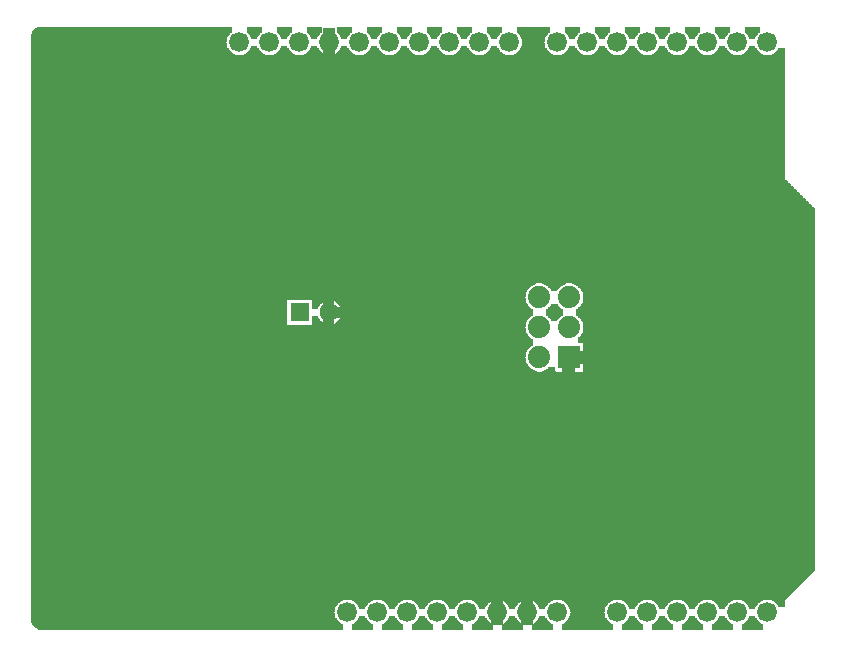
<source format=gbl>
G04 MADE WITH FRITZING*
G04 WWW.FRITZING.ORG*
G04 DOUBLE SIDED*
G04 HOLES PLATED*
G04 CONTOUR ON CENTER OF CONTOUR VECTOR*
%ASAXBY*%
%FSLAX23Y23*%
%MOIN*%
%OFA0B0*%
%SFA1.0B1.0*%
%ADD10C,0.075000*%
%ADD11C,0.062992*%
%ADD12C,0.074000*%
%ADD13C,0.066194*%
%ADD14C,0.066222*%
%ADD15R,0.062992X0.062992*%
%ADD16R,0.074000X0.074000*%
%LNCOPPER0*%
G90*
G70*
G54D10*
X132Y2012D03*
G54D11*
X948Y1107D03*
X1046Y1107D03*
G54D12*
X1746Y957D03*
X1746Y1057D03*
X1746Y1157D03*
X1846Y957D03*
X1846Y1057D03*
X1846Y1157D03*
G54D13*
X2106Y107D03*
X2206Y107D03*
X2306Y107D03*
X2406Y107D03*
X2506Y107D03*
G54D14*
X1646Y2007D03*
X1546Y2007D03*
X1446Y2007D03*
X1346Y2007D03*
X1246Y2007D03*
X1146Y2007D03*
X1046Y2007D03*
X946Y2007D03*
X846Y2007D03*
X746Y2007D03*
X2506Y2007D03*
X2406Y2007D03*
X2306Y2007D03*
X2206Y2007D03*
X2106Y2007D03*
X2006Y2007D03*
X1906Y2007D03*
X1806Y2007D03*
G54D13*
X1206Y107D03*
X1106Y107D03*
X1306Y107D03*
X1406Y107D03*
X1506Y107D03*
X1606Y107D03*
X1706Y107D03*
X1806Y107D03*
X2006Y107D03*
G54D15*
X948Y1107D03*
G54D16*
X1846Y957D03*
G36*
X76Y2059D02*
X76Y2057D01*
X70Y2057D01*
X70Y2055D01*
X68Y2055D01*
X68Y2053D01*
X64Y2053D01*
X64Y2051D01*
X62Y2051D01*
X62Y2049D01*
X60Y2049D01*
X60Y2047D01*
X58Y2047D01*
X58Y2043D01*
X56Y2043D01*
X56Y2041D01*
X54Y2041D01*
X54Y2035D01*
X52Y2035D01*
X52Y1963D01*
X738Y1963D01*
X738Y1965D01*
X732Y1965D01*
X732Y1967D01*
X728Y1967D01*
X728Y1969D01*
X724Y1969D01*
X724Y1971D01*
X722Y1971D01*
X722Y1973D01*
X720Y1973D01*
X720Y1975D01*
X718Y1975D01*
X718Y1977D01*
X716Y1977D01*
X716Y1979D01*
X714Y1979D01*
X714Y1981D01*
X712Y1981D01*
X712Y1983D01*
X710Y1983D01*
X710Y1987D01*
X708Y1987D01*
X708Y1989D01*
X706Y1989D01*
X706Y1995D01*
X704Y1995D01*
X704Y2003D01*
X702Y2003D01*
X702Y2009D01*
X704Y2009D01*
X704Y2017D01*
X706Y2017D01*
X706Y2023D01*
X708Y2023D01*
X708Y2027D01*
X710Y2027D01*
X710Y2029D01*
X712Y2029D01*
X712Y2031D01*
X714Y2031D01*
X714Y2035D01*
X716Y2035D01*
X716Y2037D01*
X718Y2037D01*
X718Y2039D01*
X722Y2039D01*
X722Y2059D01*
X76Y2059D01*
G37*
D02*
G36*
X1670Y2059D02*
X1670Y2039D01*
X1672Y2039D01*
X1672Y2037D01*
X1676Y2037D01*
X1676Y2035D01*
X1678Y2035D01*
X1678Y2031D01*
X1680Y2031D01*
X1680Y2029D01*
X1682Y2029D01*
X1682Y2025D01*
X1684Y2025D01*
X1684Y2023D01*
X1686Y2023D01*
X1686Y2017D01*
X1688Y2017D01*
X1688Y1995D01*
X1686Y1995D01*
X1686Y1989D01*
X1684Y1989D01*
X1684Y1987D01*
X1682Y1987D01*
X1682Y1983D01*
X1680Y1983D01*
X1680Y1981D01*
X1678Y1981D01*
X1678Y1979D01*
X1676Y1979D01*
X1676Y1977D01*
X1674Y1977D01*
X1674Y1975D01*
X1672Y1975D01*
X1672Y1973D01*
X1670Y1973D01*
X1670Y1971D01*
X1668Y1971D01*
X1668Y1969D01*
X1664Y1969D01*
X1664Y1967D01*
X1660Y1967D01*
X1660Y1965D01*
X1654Y1965D01*
X1654Y1963D01*
X1798Y1963D01*
X1798Y1965D01*
X1792Y1965D01*
X1792Y1967D01*
X1788Y1967D01*
X1788Y1969D01*
X1784Y1969D01*
X1784Y1971D01*
X1782Y1971D01*
X1782Y1973D01*
X1780Y1973D01*
X1780Y1975D01*
X1778Y1975D01*
X1778Y1977D01*
X1776Y1977D01*
X1776Y1979D01*
X1774Y1979D01*
X1774Y1981D01*
X1772Y1981D01*
X1772Y1983D01*
X1770Y1983D01*
X1770Y1987D01*
X1768Y1987D01*
X1768Y1989D01*
X1766Y1989D01*
X1766Y1995D01*
X1764Y1995D01*
X1764Y2003D01*
X1762Y2003D01*
X1762Y2009D01*
X1764Y2009D01*
X1764Y2017D01*
X1766Y2017D01*
X1766Y2023D01*
X1768Y2023D01*
X1768Y2027D01*
X1770Y2027D01*
X1770Y2029D01*
X1772Y2029D01*
X1772Y2031D01*
X1774Y2031D01*
X1774Y2035D01*
X1776Y2035D01*
X1776Y2037D01*
X1778Y2037D01*
X1778Y2039D01*
X1782Y2039D01*
X1782Y2059D01*
X1670Y2059D01*
G37*
D02*
G36*
X786Y1995D02*
X786Y1989D01*
X784Y1989D01*
X784Y1987D01*
X782Y1987D01*
X782Y1983D01*
X780Y1983D01*
X780Y1981D01*
X778Y1981D01*
X778Y1979D01*
X776Y1979D01*
X776Y1977D01*
X774Y1977D01*
X774Y1975D01*
X772Y1975D01*
X772Y1973D01*
X770Y1973D01*
X770Y1971D01*
X768Y1971D01*
X768Y1969D01*
X764Y1969D01*
X764Y1967D01*
X760Y1967D01*
X760Y1965D01*
X754Y1965D01*
X754Y1963D01*
X838Y1963D01*
X838Y1965D01*
X832Y1965D01*
X832Y1967D01*
X828Y1967D01*
X828Y1969D01*
X824Y1969D01*
X824Y1971D01*
X822Y1971D01*
X822Y1973D01*
X820Y1973D01*
X820Y1975D01*
X818Y1975D01*
X818Y1977D01*
X816Y1977D01*
X816Y1979D01*
X814Y1979D01*
X814Y1981D01*
X812Y1981D01*
X812Y1983D01*
X810Y1983D01*
X810Y1987D01*
X808Y1987D01*
X808Y1989D01*
X806Y1989D01*
X806Y1995D01*
X786Y1995D01*
G37*
D02*
G36*
X886Y1995D02*
X886Y1989D01*
X884Y1989D01*
X884Y1987D01*
X882Y1987D01*
X882Y1983D01*
X880Y1983D01*
X880Y1981D01*
X878Y1981D01*
X878Y1979D01*
X876Y1979D01*
X876Y1977D01*
X874Y1977D01*
X874Y1975D01*
X872Y1975D01*
X872Y1973D01*
X870Y1973D01*
X870Y1971D01*
X868Y1971D01*
X868Y1969D01*
X864Y1969D01*
X864Y1967D01*
X860Y1967D01*
X860Y1965D01*
X854Y1965D01*
X854Y1963D01*
X938Y1963D01*
X938Y1965D01*
X932Y1965D01*
X932Y1967D01*
X928Y1967D01*
X928Y1969D01*
X924Y1969D01*
X924Y1971D01*
X922Y1971D01*
X922Y1973D01*
X920Y1973D01*
X920Y1975D01*
X918Y1975D01*
X918Y1977D01*
X916Y1977D01*
X916Y1979D01*
X914Y1979D01*
X914Y1981D01*
X912Y1981D01*
X912Y1983D01*
X910Y1983D01*
X910Y1987D01*
X908Y1987D01*
X908Y1989D01*
X906Y1989D01*
X906Y1995D01*
X886Y1995D01*
G37*
D02*
G36*
X986Y1995D02*
X986Y1989D01*
X984Y1989D01*
X984Y1987D01*
X982Y1987D01*
X982Y1983D01*
X980Y1983D01*
X980Y1981D01*
X978Y1981D01*
X978Y1979D01*
X976Y1979D01*
X976Y1977D01*
X974Y1977D01*
X974Y1975D01*
X972Y1975D01*
X972Y1973D01*
X970Y1973D01*
X970Y1971D01*
X968Y1971D01*
X968Y1969D01*
X964Y1969D01*
X964Y1967D01*
X960Y1967D01*
X960Y1965D01*
X954Y1965D01*
X954Y1963D01*
X1038Y1963D01*
X1038Y1965D01*
X1032Y1965D01*
X1032Y1967D01*
X1028Y1967D01*
X1028Y1969D01*
X1024Y1969D01*
X1024Y1971D01*
X1022Y1971D01*
X1022Y1973D01*
X1020Y1973D01*
X1020Y1975D01*
X1018Y1975D01*
X1018Y1977D01*
X1016Y1977D01*
X1016Y1979D01*
X1014Y1979D01*
X1014Y1981D01*
X1012Y1981D01*
X1012Y1983D01*
X1010Y1983D01*
X1010Y1987D01*
X1008Y1987D01*
X1008Y1989D01*
X1006Y1989D01*
X1006Y1995D01*
X986Y1995D01*
G37*
D02*
G36*
X1086Y1995D02*
X1086Y1989D01*
X1084Y1989D01*
X1084Y1987D01*
X1082Y1987D01*
X1082Y1983D01*
X1080Y1983D01*
X1080Y1981D01*
X1078Y1981D01*
X1078Y1979D01*
X1076Y1979D01*
X1076Y1977D01*
X1074Y1977D01*
X1074Y1975D01*
X1072Y1975D01*
X1072Y1973D01*
X1070Y1973D01*
X1070Y1971D01*
X1068Y1971D01*
X1068Y1969D01*
X1064Y1969D01*
X1064Y1967D01*
X1060Y1967D01*
X1060Y1965D01*
X1054Y1965D01*
X1054Y1963D01*
X1138Y1963D01*
X1138Y1965D01*
X1132Y1965D01*
X1132Y1967D01*
X1128Y1967D01*
X1128Y1969D01*
X1124Y1969D01*
X1124Y1971D01*
X1122Y1971D01*
X1122Y1973D01*
X1120Y1973D01*
X1120Y1975D01*
X1118Y1975D01*
X1118Y1977D01*
X1116Y1977D01*
X1116Y1979D01*
X1114Y1979D01*
X1114Y1981D01*
X1112Y1981D01*
X1112Y1983D01*
X1110Y1983D01*
X1110Y1987D01*
X1108Y1987D01*
X1108Y1989D01*
X1106Y1989D01*
X1106Y1995D01*
X1086Y1995D01*
G37*
D02*
G36*
X1186Y1995D02*
X1186Y1989D01*
X1184Y1989D01*
X1184Y1987D01*
X1182Y1987D01*
X1182Y1983D01*
X1180Y1983D01*
X1180Y1981D01*
X1178Y1981D01*
X1178Y1979D01*
X1176Y1979D01*
X1176Y1977D01*
X1174Y1977D01*
X1174Y1975D01*
X1172Y1975D01*
X1172Y1973D01*
X1170Y1973D01*
X1170Y1971D01*
X1168Y1971D01*
X1168Y1969D01*
X1164Y1969D01*
X1164Y1967D01*
X1160Y1967D01*
X1160Y1965D01*
X1154Y1965D01*
X1154Y1963D01*
X1238Y1963D01*
X1238Y1965D01*
X1232Y1965D01*
X1232Y1967D01*
X1228Y1967D01*
X1228Y1969D01*
X1224Y1969D01*
X1224Y1971D01*
X1222Y1971D01*
X1222Y1973D01*
X1220Y1973D01*
X1220Y1975D01*
X1218Y1975D01*
X1218Y1977D01*
X1216Y1977D01*
X1216Y1979D01*
X1214Y1979D01*
X1214Y1981D01*
X1212Y1981D01*
X1212Y1983D01*
X1210Y1983D01*
X1210Y1987D01*
X1208Y1987D01*
X1208Y1989D01*
X1206Y1989D01*
X1206Y1995D01*
X1186Y1995D01*
G37*
D02*
G36*
X1286Y1995D02*
X1286Y1989D01*
X1284Y1989D01*
X1284Y1987D01*
X1282Y1987D01*
X1282Y1983D01*
X1280Y1983D01*
X1280Y1981D01*
X1278Y1981D01*
X1278Y1979D01*
X1276Y1979D01*
X1276Y1977D01*
X1274Y1977D01*
X1274Y1975D01*
X1272Y1975D01*
X1272Y1973D01*
X1270Y1973D01*
X1270Y1971D01*
X1268Y1971D01*
X1268Y1969D01*
X1264Y1969D01*
X1264Y1967D01*
X1260Y1967D01*
X1260Y1965D01*
X1254Y1965D01*
X1254Y1963D01*
X1338Y1963D01*
X1338Y1965D01*
X1332Y1965D01*
X1332Y1967D01*
X1328Y1967D01*
X1328Y1969D01*
X1324Y1969D01*
X1324Y1971D01*
X1322Y1971D01*
X1322Y1973D01*
X1320Y1973D01*
X1320Y1975D01*
X1318Y1975D01*
X1318Y1977D01*
X1316Y1977D01*
X1316Y1979D01*
X1314Y1979D01*
X1314Y1981D01*
X1312Y1981D01*
X1312Y1983D01*
X1310Y1983D01*
X1310Y1987D01*
X1308Y1987D01*
X1308Y1989D01*
X1306Y1989D01*
X1306Y1995D01*
X1286Y1995D01*
G37*
D02*
G36*
X1386Y1995D02*
X1386Y1989D01*
X1384Y1989D01*
X1384Y1987D01*
X1382Y1987D01*
X1382Y1983D01*
X1380Y1983D01*
X1380Y1981D01*
X1378Y1981D01*
X1378Y1979D01*
X1376Y1979D01*
X1376Y1977D01*
X1374Y1977D01*
X1374Y1975D01*
X1372Y1975D01*
X1372Y1973D01*
X1370Y1973D01*
X1370Y1971D01*
X1368Y1971D01*
X1368Y1969D01*
X1364Y1969D01*
X1364Y1967D01*
X1360Y1967D01*
X1360Y1965D01*
X1354Y1965D01*
X1354Y1963D01*
X1438Y1963D01*
X1438Y1965D01*
X1432Y1965D01*
X1432Y1967D01*
X1428Y1967D01*
X1428Y1969D01*
X1424Y1969D01*
X1424Y1971D01*
X1422Y1971D01*
X1422Y1973D01*
X1420Y1973D01*
X1420Y1975D01*
X1418Y1975D01*
X1418Y1977D01*
X1416Y1977D01*
X1416Y1979D01*
X1414Y1979D01*
X1414Y1981D01*
X1412Y1981D01*
X1412Y1983D01*
X1410Y1983D01*
X1410Y1987D01*
X1408Y1987D01*
X1408Y1989D01*
X1406Y1989D01*
X1406Y1995D01*
X1386Y1995D01*
G37*
D02*
G36*
X1486Y1995D02*
X1486Y1989D01*
X1484Y1989D01*
X1484Y1987D01*
X1482Y1987D01*
X1482Y1983D01*
X1480Y1983D01*
X1480Y1981D01*
X1478Y1981D01*
X1478Y1979D01*
X1476Y1979D01*
X1476Y1977D01*
X1474Y1977D01*
X1474Y1975D01*
X1472Y1975D01*
X1472Y1973D01*
X1470Y1973D01*
X1470Y1971D01*
X1468Y1971D01*
X1468Y1969D01*
X1464Y1969D01*
X1464Y1967D01*
X1460Y1967D01*
X1460Y1965D01*
X1454Y1965D01*
X1454Y1963D01*
X1538Y1963D01*
X1538Y1965D01*
X1532Y1965D01*
X1532Y1967D01*
X1528Y1967D01*
X1528Y1969D01*
X1524Y1969D01*
X1524Y1971D01*
X1522Y1971D01*
X1522Y1973D01*
X1520Y1973D01*
X1520Y1975D01*
X1518Y1975D01*
X1518Y1977D01*
X1516Y1977D01*
X1516Y1979D01*
X1514Y1979D01*
X1514Y1981D01*
X1512Y1981D01*
X1512Y1983D01*
X1510Y1983D01*
X1510Y1987D01*
X1508Y1987D01*
X1508Y1989D01*
X1506Y1989D01*
X1506Y1995D01*
X1486Y1995D01*
G37*
D02*
G36*
X1586Y1995D02*
X1586Y1989D01*
X1584Y1989D01*
X1584Y1987D01*
X1582Y1987D01*
X1582Y1983D01*
X1580Y1983D01*
X1580Y1981D01*
X1578Y1981D01*
X1578Y1979D01*
X1576Y1979D01*
X1576Y1977D01*
X1574Y1977D01*
X1574Y1975D01*
X1572Y1975D01*
X1572Y1973D01*
X1570Y1973D01*
X1570Y1971D01*
X1568Y1971D01*
X1568Y1969D01*
X1564Y1969D01*
X1564Y1967D01*
X1560Y1967D01*
X1560Y1965D01*
X1554Y1965D01*
X1554Y1963D01*
X1638Y1963D01*
X1638Y1965D01*
X1632Y1965D01*
X1632Y1967D01*
X1628Y1967D01*
X1628Y1969D01*
X1624Y1969D01*
X1624Y1971D01*
X1622Y1971D01*
X1622Y1973D01*
X1620Y1973D01*
X1620Y1975D01*
X1616Y1975D01*
X1616Y1979D01*
X1614Y1979D01*
X1614Y1981D01*
X1612Y1981D01*
X1612Y1983D01*
X1610Y1983D01*
X1610Y1987D01*
X1608Y1987D01*
X1608Y1989D01*
X1606Y1989D01*
X1606Y1995D01*
X1586Y1995D01*
G37*
D02*
G36*
X1846Y1995D02*
X1846Y1989D01*
X1844Y1989D01*
X1844Y1987D01*
X1842Y1987D01*
X1842Y1983D01*
X1840Y1983D01*
X1840Y1981D01*
X1838Y1981D01*
X1838Y1979D01*
X1836Y1979D01*
X1836Y1977D01*
X1834Y1977D01*
X1834Y1975D01*
X1832Y1975D01*
X1832Y1973D01*
X1830Y1973D01*
X1830Y1971D01*
X1828Y1971D01*
X1828Y1969D01*
X1824Y1969D01*
X1824Y1967D01*
X1820Y1967D01*
X1820Y1965D01*
X1814Y1965D01*
X1814Y1963D01*
X1898Y1963D01*
X1898Y1965D01*
X1892Y1965D01*
X1892Y1967D01*
X1888Y1967D01*
X1888Y1969D01*
X1884Y1969D01*
X1884Y1971D01*
X1882Y1971D01*
X1882Y1973D01*
X1880Y1973D01*
X1880Y1975D01*
X1878Y1975D01*
X1878Y1977D01*
X1876Y1977D01*
X1876Y1979D01*
X1874Y1979D01*
X1874Y1981D01*
X1872Y1981D01*
X1872Y1983D01*
X1870Y1983D01*
X1870Y1987D01*
X1868Y1987D01*
X1868Y1989D01*
X1866Y1989D01*
X1866Y1995D01*
X1846Y1995D01*
G37*
D02*
G36*
X1946Y1995D02*
X1946Y1989D01*
X1944Y1989D01*
X1944Y1987D01*
X1942Y1987D01*
X1942Y1983D01*
X1940Y1983D01*
X1940Y1981D01*
X1938Y1981D01*
X1938Y1979D01*
X1936Y1979D01*
X1936Y1977D01*
X1934Y1977D01*
X1934Y1975D01*
X1932Y1975D01*
X1932Y1973D01*
X1930Y1973D01*
X1930Y1971D01*
X1928Y1971D01*
X1928Y1969D01*
X1924Y1969D01*
X1924Y1967D01*
X1920Y1967D01*
X1920Y1965D01*
X1914Y1965D01*
X1914Y1963D01*
X1998Y1963D01*
X1998Y1965D01*
X1992Y1965D01*
X1992Y1967D01*
X1988Y1967D01*
X1988Y1969D01*
X1984Y1969D01*
X1984Y1971D01*
X1982Y1971D01*
X1982Y1973D01*
X1980Y1973D01*
X1980Y1975D01*
X1978Y1975D01*
X1978Y1977D01*
X1976Y1977D01*
X1976Y1979D01*
X1974Y1979D01*
X1974Y1981D01*
X1972Y1981D01*
X1972Y1983D01*
X1970Y1983D01*
X1970Y1987D01*
X1968Y1987D01*
X1968Y1989D01*
X1966Y1989D01*
X1966Y1995D01*
X1946Y1995D01*
G37*
D02*
G36*
X2046Y1995D02*
X2046Y1989D01*
X2044Y1989D01*
X2044Y1987D01*
X2042Y1987D01*
X2042Y1983D01*
X2040Y1983D01*
X2040Y1981D01*
X2038Y1981D01*
X2038Y1979D01*
X2036Y1979D01*
X2036Y1977D01*
X2034Y1977D01*
X2034Y1975D01*
X2032Y1975D01*
X2032Y1973D01*
X2030Y1973D01*
X2030Y1971D01*
X2028Y1971D01*
X2028Y1969D01*
X2024Y1969D01*
X2024Y1967D01*
X2020Y1967D01*
X2020Y1965D01*
X2014Y1965D01*
X2014Y1963D01*
X2098Y1963D01*
X2098Y1965D01*
X2092Y1965D01*
X2092Y1967D01*
X2088Y1967D01*
X2088Y1969D01*
X2084Y1969D01*
X2084Y1971D01*
X2082Y1971D01*
X2082Y1973D01*
X2080Y1973D01*
X2080Y1975D01*
X2078Y1975D01*
X2078Y1977D01*
X2076Y1977D01*
X2076Y1979D01*
X2074Y1979D01*
X2074Y1981D01*
X2072Y1981D01*
X2072Y1983D01*
X2070Y1983D01*
X2070Y1987D01*
X2068Y1987D01*
X2068Y1989D01*
X2066Y1989D01*
X2066Y1995D01*
X2046Y1995D01*
G37*
D02*
G36*
X2146Y1995D02*
X2146Y1989D01*
X2144Y1989D01*
X2144Y1987D01*
X2142Y1987D01*
X2142Y1983D01*
X2140Y1983D01*
X2140Y1981D01*
X2138Y1981D01*
X2138Y1979D01*
X2136Y1979D01*
X2136Y1977D01*
X2134Y1977D01*
X2134Y1975D01*
X2132Y1975D01*
X2132Y1973D01*
X2130Y1973D01*
X2130Y1971D01*
X2128Y1971D01*
X2128Y1969D01*
X2124Y1969D01*
X2124Y1967D01*
X2120Y1967D01*
X2120Y1965D01*
X2114Y1965D01*
X2114Y1963D01*
X2198Y1963D01*
X2198Y1965D01*
X2192Y1965D01*
X2192Y1967D01*
X2188Y1967D01*
X2188Y1969D01*
X2184Y1969D01*
X2184Y1971D01*
X2182Y1971D01*
X2182Y1973D01*
X2180Y1973D01*
X2180Y1975D01*
X2176Y1975D01*
X2176Y1979D01*
X2174Y1979D01*
X2174Y1981D01*
X2172Y1981D01*
X2172Y1983D01*
X2170Y1983D01*
X2170Y1987D01*
X2168Y1987D01*
X2168Y1989D01*
X2166Y1989D01*
X2166Y1995D01*
X2146Y1995D01*
G37*
D02*
G36*
X2246Y1995D02*
X2246Y1989D01*
X2244Y1989D01*
X2244Y1987D01*
X2242Y1987D01*
X2242Y1983D01*
X2240Y1983D01*
X2240Y1981D01*
X2238Y1981D01*
X2238Y1979D01*
X2236Y1979D01*
X2236Y1977D01*
X2234Y1977D01*
X2234Y1975D01*
X2232Y1975D01*
X2232Y1973D01*
X2230Y1973D01*
X2230Y1971D01*
X2228Y1971D01*
X2228Y1969D01*
X2224Y1969D01*
X2224Y1967D01*
X2220Y1967D01*
X2220Y1965D01*
X2214Y1965D01*
X2214Y1963D01*
X2298Y1963D01*
X2298Y1965D01*
X2292Y1965D01*
X2292Y1967D01*
X2288Y1967D01*
X2288Y1969D01*
X2284Y1969D01*
X2284Y1971D01*
X2282Y1971D01*
X2282Y1973D01*
X2280Y1973D01*
X2280Y1975D01*
X2278Y1975D01*
X2278Y1977D01*
X2276Y1977D01*
X2276Y1979D01*
X2274Y1979D01*
X2274Y1981D01*
X2272Y1981D01*
X2272Y1983D01*
X2270Y1983D01*
X2270Y1987D01*
X2268Y1987D01*
X2268Y1989D01*
X2266Y1989D01*
X2266Y1995D01*
X2246Y1995D01*
G37*
D02*
G36*
X2346Y1995D02*
X2346Y1989D01*
X2344Y1989D01*
X2344Y1987D01*
X2342Y1987D01*
X2342Y1983D01*
X2340Y1983D01*
X2340Y1981D01*
X2338Y1981D01*
X2338Y1979D01*
X2336Y1979D01*
X2336Y1977D01*
X2334Y1977D01*
X2334Y1975D01*
X2332Y1975D01*
X2332Y1973D01*
X2330Y1973D01*
X2330Y1971D01*
X2328Y1971D01*
X2328Y1969D01*
X2324Y1969D01*
X2324Y1967D01*
X2320Y1967D01*
X2320Y1965D01*
X2314Y1965D01*
X2314Y1963D01*
X2398Y1963D01*
X2398Y1965D01*
X2392Y1965D01*
X2392Y1967D01*
X2388Y1967D01*
X2388Y1969D01*
X2384Y1969D01*
X2384Y1971D01*
X2382Y1971D01*
X2382Y1973D01*
X2380Y1973D01*
X2380Y1975D01*
X2378Y1975D01*
X2378Y1977D01*
X2376Y1977D01*
X2376Y1979D01*
X2374Y1979D01*
X2374Y1981D01*
X2372Y1981D01*
X2372Y1983D01*
X2370Y1983D01*
X2370Y1987D01*
X2368Y1987D01*
X2368Y1989D01*
X2366Y1989D01*
X2366Y1995D01*
X2346Y1995D01*
G37*
D02*
G36*
X2446Y1995D02*
X2446Y1989D01*
X2444Y1989D01*
X2444Y1987D01*
X2442Y1987D01*
X2442Y1983D01*
X2440Y1983D01*
X2440Y1981D01*
X2438Y1981D01*
X2438Y1979D01*
X2436Y1979D01*
X2436Y1977D01*
X2434Y1977D01*
X2434Y1975D01*
X2432Y1975D01*
X2432Y1973D01*
X2430Y1973D01*
X2430Y1971D01*
X2428Y1971D01*
X2428Y1969D01*
X2424Y1969D01*
X2424Y1967D01*
X2420Y1967D01*
X2420Y1965D01*
X2414Y1965D01*
X2414Y1963D01*
X2498Y1963D01*
X2498Y1965D01*
X2492Y1965D01*
X2492Y1967D01*
X2488Y1967D01*
X2488Y1969D01*
X2484Y1969D01*
X2484Y1971D01*
X2482Y1971D01*
X2482Y1973D01*
X2480Y1973D01*
X2480Y1975D01*
X2478Y1975D01*
X2478Y1977D01*
X2476Y1977D01*
X2476Y1979D01*
X2474Y1979D01*
X2474Y1981D01*
X2472Y1981D01*
X2472Y1983D01*
X2470Y1983D01*
X2470Y1987D01*
X2468Y1987D01*
X2468Y1989D01*
X2466Y1989D01*
X2466Y1995D01*
X2446Y1995D01*
G37*
D02*
G36*
X2544Y1989D02*
X2544Y1987D01*
X2542Y1987D01*
X2542Y1983D01*
X2540Y1983D01*
X2540Y1981D01*
X2538Y1981D01*
X2538Y1979D01*
X2536Y1979D01*
X2536Y1977D01*
X2534Y1977D01*
X2534Y1975D01*
X2532Y1975D01*
X2532Y1973D01*
X2530Y1973D01*
X2530Y1971D01*
X2528Y1971D01*
X2528Y1969D01*
X2524Y1969D01*
X2524Y1967D01*
X2520Y1967D01*
X2520Y1965D01*
X2514Y1965D01*
X2514Y1963D01*
X2564Y1963D01*
X2564Y1989D01*
X2544Y1989D01*
G37*
D02*
G36*
X52Y1963D02*
X52Y1961D01*
X2564Y1961D01*
X2564Y1963D01*
X52Y1963D01*
G37*
D02*
G36*
X52Y1963D02*
X52Y1961D01*
X2564Y1961D01*
X2564Y1963D01*
X52Y1963D01*
G37*
D02*
G36*
X52Y1963D02*
X52Y1961D01*
X2564Y1961D01*
X2564Y1963D01*
X52Y1963D01*
G37*
D02*
G36*
X52Y1963D02*
X52Y1961D01*
X2564Y1961D01*
X2564Y1963D01*
X52Y1963D01*
G37*
D02*
G36*
X52Y1963D02*
X52Y1961D01*
X2564Y1961D01*
X2564Y1963D01*
X52Y1963D01*
G37*
D02*
G36*
X52Y1963D02*
X52Y1961D01*
X2564Y1961D01*
X2564Y1963D01*
X52Y1963D01*
G37*
D02*
G36*
X52Y1963D02*
X52Y1961D01*
X2564Y1961D01*
X2564Y1963D01*
X52Y1963D01*
G37*
D02*
G36*
X52Y1963D02*
X52Y1961D01*
X2564Y1961D01*
X2564Y1963D01*
X52Y1963D01*
G37*
D02*
G36*
X52Y1963D02*
X52Y1961D01*
X2564Y1961D01*
X2564Y1963D01*
X52Y1963D01*
G37*
D02*
G36*
X52Y1963D02*
X52Y1961D01*
X2564Y1961D01*
X2564Y1963D01*
X52Y1963D01*
G37*
D02*
G36*
X52Y1963D02*
X52Y1961D01*
X2564Y1961D01*
X2564Y1963D01*
X52Y1963D01*
G37*
D02*
G36*
X52Y1963D02*
X52Y1961D01*
X2564Y1961D01*
X2564Y1963D01*
X52Y1963D01*
G37*
D02*
G36*
X52Y1963D02*
X52Y1961D01*
X2564Y1961D01*
X2564Y1963D01*
X52Y1963D01*
G37*
D02*
G36*
X52Y1963D02*
X52Y1961D01*
X2564Y1961D01*
X2564Y1963D01*
X52Y1963D01*
G37*
D02*
G36*
X52Y1963D02*
X52Y1961D01*
X2564Y1961D01*
X2564Y1963D01*
X52Y1963D01*
G37*
D02*
G36*
X52Y1963D02*
X52Y1961D01*
X2564Y1961D01*
X2564Y1963D01*
X52Y1963D01*
G37*
D02*
G36*
X52Y1963D02*
X52Y1961D01*
X2564Y1961D01*
X2564Y1963D01*
X52Y1963D01*
G37*
D02*
G36*
X52Y1963D02*
X52Y1961D01*
X2564Y1961D01*
X2564Y1963D01*
X52Y1963D01*
G37*
D02*
G36*
X52Y1963D02*
X52Y1961D01*
X2564Y1961D01*
X2564Y1963D01*
X52Y1963D01*
G37*
D02*
G36*
X52Y1961D02*
X52Y1203D01*
X1856Y1203D01*
X1856Y1201D01*
X1860Y1201D01*
X1860Y1199D01*
X1866Y1199D01*
X1866Y1197D01*
X1868Y1197D01*
X1868Y1195D01*
X1872Y1195D01*
X1872Y1193D01*
X1874Y1193D01*
X1874Y1191D01*
X1876Y1191D01*
X1876Y1189D01*
X1878Y1189D01*
X1878Y1187D01*
X1880Y1187D01*
X1880Y1185D01*
X1882Y1185D01*
X1882Y1183D01*
X1884Y1183D01*
X1884Y1181D01*
X1886Y1181D01*
X1886Y1177D01*
X1888Y1177D01*
X1888Y1173D01*
X1890Y1173D01*
X1890Y1167D01*
X1892Y1167D01*
X1892Y1145D01*
X1890Y1145D01*
X1890Y1139D01*
X1888Y1139D01*
X1888Y1135D01*
X1886Y1135D01*
X1886Y1133D01*
X1884Y1133D01*
X1884Y1129D01*
X1882Y1129D01*
X1882Y1127D01*
X1880Y1127D01*
X1880Y1125D01*
X1878Y1125D01*
X1878Y1123D01*
X1876Y1123D01*
X1876Y1121D01*
X1874Y1121D01*
X1874Y1119D01*
X1872Y1119D01*
X1872Y1117D01*
X1868Y1117D01*
X1868Y1095D01*
X1872Y1095D01*
X1872Y1093D01*
X1874Y1093D01*
X1874Y1091D01*
X1876Y1091D01*
X1876Y1089D01*
X1878Y1089D01*
X1878Y1087D01*
X1880Y1087D01*
X1880Y1085D01*
X1882Y1085D01*
X1882Y1083D01*
X1884Y1083D01*
X1884Y1081D01*
X1886Y1081D01*
X1886Y1077D01*
X1888Y1077D01*
X1888Y1073D01*
X1890Y1073D01*
X1890Y1067D01*
X1892Y1067D01*
X1892Y1045D01*
X1890Y1045D01*
X1890Y1039D01*
X1888Y1039D01*
X1888Y1035D01*
X1886Y1035D01*
X1886Y1033D01*
X1884Y1033D01*
X1884Y1029D01*
X1882Y1029D01*
X1882Y1027D01*
X1880Y1027D01*
X1880Y1025D01*
X1878Y1025D01*
X1878Y1023D01*
X1876Y1023D01*
X1876Y1003D01*
X1892Y1003D01*
X1892Y909D01*
X2664Y909D01*
X2664Y1453D01*
X2662Y1453D01*
X2662Y1455D01*
X2660Y1455D01*
X2660Y1457D01*
X2658Y1457D01*
X2658Y1459D01*
X2656Y1459D01*
X2656Y1461D01*
X2654Y1461D01*
X2654Y1463D01*
X2652Y1463D01*
X2652Y1465D01*
X2650Y1465D01*
X2650Y1467D01*
X2648Y1467D01*
X2648Y1469D01*
X2646Y1469D01*
X2646Y1471D01*
X2644Y1471D01*
X2644Y1473D01*
X2642Y1473D01*
X2642Y1475D01*
X2640Y1475D01*
X2640Y1477D01*
X2638Y1477D01*
X2638Y1479D01*
X2636Y1479D01*
X2636Y1481D01*
X2634Y1481D01*
X2634Y1483D01*
X2632Y1483D01*
X2632Y1485D01*
X2630Y1485D01*
X2630Y1487D01*
X2628Y1487D01*
X2628Y1489D01*
X2626Y1489D01*
X2626Y1491D01*
X2624Y1491D01*
X2624Y1493D01*
X2622Y1493D01*
X2622Y1495D01*
X2620Y1495D01*
X2620Y1497D01*
X2618Y1497D01*
X2618Y1499D01*
X2616Y1499D01*
X2616Y1501D01*
X2614Y1501D01*
X2614Y1503D01*
X2612Y1503D01*
X2612Y1505D01*
X2610Y1505D01*
X2610Y1507D01*
X2608Y1507D01*
X2608Y1509D01*
X2606Y1509D01*
X2606Y1511D01*
X2604Y1511D01*
X2604Y1513D01*
X2602Y1513D01*
X2602Y1515D01*
X2600Y1515D01*
X2600Y1517D01*
X2598Y1517D01*
X2598Y1519D01*
X2596Y1519D01*
X2596Y1521D01*
X2594Y1521D01*
X2594Y1523D01*
X2592Y1523D01*
X2592Y1525D01*
X2590Y1525D01*
X2590Y1527D01*
X2588Y1527D01*
X2588Y1529D01*
X2586Y1529D01*
X2586Y1531D01*
X2584Y1531D01*
X2584Y1533D01*
X2582Y1533D01*
X2582Y1535D01*
X2580Y1535D01*
X2580Y1537D01*
X2578Y1537D01*
X2578Y1539D01*
X2576Y1539D01*
X2576Y1541D01*
X2574Y1541D01*
X2574Y1543D01*
X2572Y1543D01*
X2572Y1545D01*
X2570Y1545D01*
X2570Y1547D01*
X2568Y1547D01*
X2568Y1549D01*
X2566Y1549D01*
X2566Y1551D01*
X2564Y1551D01*
X2564Y1961D01*
X52Y1961D01*
G37*
D02*
G36*
X52Y1203D02*
X52Y1147D01*
X1056Y1147D01*
X1056Y1145D01*
X1062Y1145D01*
X1062Y1143D01*
X1064Y1143D01*
X1064Y1141D01*
X1068Y1141D01*
X1068Y1139D01*
X1070Y1139D01*
X1070Y1137D01*
X1072Y1137D01*
X1072Y1135D01*
X1074Y1135D01*
X1074Y1133D01*
X1076Y1133D01*
X1076Y1131D01*
X1078Y1131D01*
X1078Y1129D01*
X1080Y1129D01*
X1080Y1127D01*
X1082Y1127D01*
X1082Y1123D01*
X1084Y1123D01*
X1084Y1117D01*
X1086Y1117D01*
X1086Y1111D01*
X1088Y1111D01*
X1088Y1101D01*
X1086Y1101D01*
X1086Y1095D01*
X1084Y1095D01*
X1084Y1089D01*
X1082Y1089D01*
X1082Y1087D01*
X1080Y1087D01*
X1080Y1083D01*
X1078Y1083D01*
X1078Y1081D01*
X1076Y1081D01*
X1076Y1079D01*
X1074Y1079D01*
X1074Y1077D01*
X1072Y1077D01*
X1072Y1075D01*
X1070Y1075D01*
X1070Y1073D01*
X1068Y1073D01*
X1068Y1071D01*
X1064Y1071D01*
X1064Y1069D01*
X1060Y1069D01*
X1060Y1067D01*
X1054Y1067D01*
X1054Y1065D01*
X1700Y1065D01*
X1700Y1067D01*
X1702Y1067D01*
X1702Y1073D01*
X1704Y1073D01*
X1704Y1077D01*
X1706Y1077D01*
X1706Y1081D01*
X1708Y1081D01*
X1708Y1083D01*
X1710Y1083D01*
X1710Y1085D01*
X1712Y1085D01*
X1712Y1087D01*
X1714Y1087D01*
X1714Y1089D01*
X1716Y1089D01*
X1716Y1091D01*
X1718Y1091D01*
X1718Y1093D01*
X1720Y1093D01*
X1720Y1095D01*
X1724Y1095D01*
X1724Y1117D01*
X1720Y1117D01*
X1720Y1119D01*
X1718Y1119D01*
X1718Y1121D01*
X1716Y1121D01*
X1716Y1123D01*
X1714Y1123D01*
X1714Y1125D01*
X1712Y1125D01*
X1712Y1127D01*
X1710Y1127D01*
X1710Y1129D01*
X1708Y1129D01*
X1708Y1133D01*
X1706Y1133D01*
X1706Y1135D01*
X1704Y1135D01*
X1704Y1139D01*
X1702Y1139D01*
X1702Y1145D01*
X1700Y1145D01*
X1700Y1155D01*
X1698Y1155D01*
X1698Y1157D01*
X1700Y1157D01*
X1700Y1167D01*
X1702Y1167D01*
X1702Y1173D01*
X1704Y1173D01*
X1704Y1177D01*
X1706Y1177D01*
X1706Y1181D01*
X1708Y1181D01*
X1708Y1183D01*
X1710Y1183D01*
X1710Y1185D01*
X1712Y1185D01*
X1712Y1187D01*
X1714Y1187D01*
X1714Y1189D01*
X1716Y1189D01*
X1716Y1191D01*
X1718Y1191D01*
X1718Y1193D01*
X1720Y1193D01*
X1720Y1195D01*
X1724Y1195D01*
X1724Y1197D01*
X1726Y1197D01*
X1726Y1199D01*
X1732Y1199D01*
X1732Y1201D01*
X1736Y1201D01*
X1736Y1203D01*
X52Y1203D01*
G37*
D02*
G36*
X1756Y1203D02*
X1756Y1201D01*
X1760Y1201D01*
X1760Y1199D01*
X1766Y1199D01*
X1766Y1197D01*
X1768Y1197D01*
X1768Y1195D01*
X1772Y1195D01*
X1772Y1193D01*
X1774Y1193D01*
X1774Y1191D01*
X1776Y1191D01*
X1776Y1189D01*
X1778Y1189D01*
X1778Y1187D01*
X1780Y1187D01*
X1780Y1185D01*
X1782Y1185D01*
X1782Y1183D01*
X1784Y1183D01*
X1784Y1181D01*
X1786Y1181D01*
X1786Y1177D01*
X1806Y1177D01*
X1806Y1181D01*
X1808Y1181D01*
X1808Y1183D01*
X1810Y1183D01*
X1810Y1185D01*
X1812Y1185D01*
X1812Y1187D01*
X1814Y1187D01*
X1814Y1189D01*
X1816Y1189D01*
X1816Y1191D01*
X1818Y1191D01*
X1818Y1193D01*
X1820Y1193D01*
X1820Y1195D01*
X1824Y1195D01*
X1824Y1197D01*
X1826Y1197D01*
X1826Y1199D01*
X1832Y1199D01*
X1832Y1201D01*
X1836Y1201D01*
X1836Y1203D01*
X1756Y1203D01*
G37*
D02*
G36*
X52Y1147D02*
X52Y1065D01*
X906Y1065D01*
X906Y1147D01*
X52Y1147D01*
G37*
D02*
G36*
X988Y1147D02*
X988Y1119D01*
X1008Y1119D01*
X1008Y1123D01*
X1010Y1123D01*
X1010Y1127D01*
X1012Y1127D01*
X1012Y1129D01*
X1014Y1129D01*
X1014Y1131D01*
X1016Y1131D01*
X1016Y1135D01*
X1020Y1135D01*
X1020Y1137D01*
X1022Y1137D01*
X1022Y1139D01*
X1024Y1139D01*
X1024Y1141D01*
X1028Y1141D01*
X1028Y1143D01*
X1030Y1143D01*
X1030Y1145D01*
X1036Y1145D01*
X1036Y1147D01*
X988Y1147D01*
G37*
D02*
G36*
X988Y1093D02*
X988Y1065D01*
X1038Y1065D01*
X1038Y1067D01*
X1032Y1067D01*
X1032Y1069D01*
X1028Y1069D01*
X1028Y1071D01*
X1024Y1071D01*
X1024Y1073D01*
X1022Y1073D01*
X1022Y1075D01*
X1020Y1075D01*
X1020Y1077D01*
X1018Y1077D01*
X1018Y1079D01*
X1016Y1079D01*
X1016Y1081D01*
X1014Y1081D01*
X1014Y1083D01*
X1012Y1083D01*
X1012Y1087D01*
X1010Y1087D01*
X1010Y1089D01*
X1008Y1089D01*
X1008Y1093D01*
X988Y1093D01*
G37*
D02*
G36*
X52Y1065D02*
X52Y1063D01*
X1700Y1063D01*
X1700Y1065D01*
X52Y1065D01*
G37*
D02*
G36*
X52Y1065D02*
X52Y1063D01*
X1700Y1063D01*
X1700Y1065D01*
X52Y1065D01*
G37*
D02*
G36*
X52Y1065D02*
X52Y1063D01*
X1700Y1063D01*
X1700Y1065D01*
X52Y1065D01*
G37*
D02*
G36*
X52Y1063D02*
X52Y909D01*
X1738Y909D01*
X1738Y911D01*
X1732Y911D01*
X1732Y913D01*
X1728Y913D01*
X1728Y915D01*
X1724Y915D01*
X1724Y917D01*
X1720Y917D01*
X1720Y919D01*
X1718Y919D01*
X1718Y921D01*
X1716Y921D01*
X1716Y923D01*
X1714Y923D01*
X1714Y925D01*
X1712Y925D01*
X1712Y927D01*
X1710Y927D01*
X1710Y929D01*
X1708Y929D01*
X1708Y933D01*
X1706Y933D01*
X1706Y935D01*
X1704Y935D01*
X1704Y939D01*
X1702Y939D01*
X1702Y945D01*
X1700Y945D01*
X1700Y955D01*
X1698Y955D01*
X1698Y957D01*
X1700Y957D01*
X1700Y967D01*
X1702Y967D01*
X1702Y973D01*
X1704Y973D01*
X1704Y977D01*
X1706Y977D01*
X1706Y981D01*
X1708Y981D01*
X1708Y983D01*
X1710Y983D01*
X1710Y985D01*
X1712Y985D01*
X1712Y987D01*
X1714Y987D01*
X1714Y989D01*
X1716Y989D01*
X1716Y991D01*
X1718Y991D01*
X1718Y993D01*
X1720Y993D01*
X1720Y995D01*
X1724Y995D01*
X1724Y1017D01*
X1720Y1017D01*
X1720Y1019D01*
X1718Y1019D01*
X1718Y1021D01*
X1716Y1021D01*
X1716Y1023D01*
X1714Y1023D01*
X1714Y1025D01*
X1712Y1025D01*
X1712Y1027D01*
X1710Y1027D01*
X1710Y1029D01*
X1708Y1029D01*
X1708Y1033D01*
X1706Y1033D01*
X1706Y1035D01*
X1704Y1035D01*
X1704Y1039D01*
X1702Y1039D01*
X1702Y1045D01*
X1700Y1045D01*
X1700Y1055D01*
X1698Y1055D01*
X1698Y1057D01*
X1700Y1057D01*
X1700Y1063D01*
X52Y1063D01*
G37*
D02*
G36*
X1778Y925D02*
X1778Y923D01*
X1776Y923D01*
X1776Y921D01*
X1774Y921D01*
X1774Y919D01*
X1772Y919D01*
X1772Y917D01*
X1768Y917D01*
X1768Y915D01*
X1764Y915D01*
X1764Y913D01*
X1760Y913D01*
X1760Y911D01*
X1754Y911D01*
X1754Y909D01*
X1800Y909D01*
X1800Y911D01*
X1798Y911D01*
X1798Y925D01*
X1778Y925D01*
G37*
D02*
G36*
X52Y909D02*
X52Y907D01*
X2664Y907D01*
X2664Y909D01*
X52Y909D01*
G37*
D02*
G36*
X52Y909D02*
X52Y907D01*
X2664Y907D01*
X2664Y909D01*
X52Y909D01*
G37*
D02*
G36*
X52Y909D02*
X52Y907D01*
X2664Y907D01*
X2664Y909D01*
X52Y909D01*
G37*
D02*
G36*
X52Y907D02*
X52Y149D01*
X2514Y149D01*
X2514Y147D01*
X2520Y147D01*
X2520Y145D01*
X2524Y145D01*
X2524Y143D01*
X2528Y143D01*
X2528Y141D01*
X2530Y141D01*
X2530Y139D01*
X2532Y139D01*
X2532Y137D01*
X2536Y137D01*
X2536Y135D01*
X2538Y135D01*
X2538Y131D01*
X2540Y131D01*
X2540Y129D01*
X2542Y129D01*
X2542Y125D01*
X2544Y125D01*
X2544Y123D01*
X2564Y123D01*
X2564Y147D01*
X2566Y147D01*
X2566Y149D01*
X2568Y149D01*
X2568Y151D01*
X2570Y151D01*
X2570Y153D01*
X2572Y153D01*
X2572Y155D01*
X2574Y155D01*
X2574Y157D01*
X2576Y157D01*
X2576Y159D01*
X2578Y159D01*
X2578Y161D01*
X2580Y161D01*
X2580Y163D01*
X2582Y163D01*
X2582Y165D01*
X2584Y165D01*
X2584Y167D01*
X2586Y167D01*
X2586Y169D01*
X2588Y169D01*
X2588Y171D01*
X2590Y171D01*
X2590Y173D01*
X2592Y173D01*
X2592Y175D01*
X2594Y175D01*
X2594Y177D01*
X2596Y177D01*
X2596Y179D01*
X2598Y179D01*
X2598Y181D01*
X2600Y181D01*
X2600Y183D01*
X2602Y183D01*
X2602Y185D01*
X2604Y185D01*
X2604Y187D01*
X2606Y187D01*
X2606Y189D01*
X2608Y189D01*
X2608Y191D01*
X2610Y191D01*
X2610Y193D01*
X2612Y193D01*
X2612Y195D01*
X2614Y195D01*
X2614Y197D01*
X2616Y197D01*
X2616Y199D01*
X2618Y199D01*
X2618Y201D01*
X2620Y201D01*
X2620Y203D01*
X2622Y203D01*
X2622Y205D01*
X2624Y205D01*
X2624Y207D01*
X2626Y207D01*
X2626Y209D01*
X2628Y209D01*
X2628Y211D01*
X2630Y211D01*
X2630Y213D01*
X2632Y213D01*
X2632Y215D01*
X2634Y215D01*
X2634Y217D01*
X2636Y217D01*
X2636Y219D01*
X2638Y219D01*
X2638Y221D01*
X2640Y221D01*
X2640Y223D01*
X2642Y223D01*
X2642Y225D01*
X2644Y225D01*
X2644Y227D01*
X2646Y227D01*
X2646Y229D01*
X2648Y229D01*
X2648Y231D01*
X2650Y231D01*
X2650Y233D01*
X2652Y233D01*
X2652Y235D01*
X2654Y235D01*
X2654Y237D01*
X2656Y237D01*
X2656Y239D01*
X2658Y239D01*
X2658Y241D01*
X2660Y241D01*
X2660Y243D01*
X2662Y243D01*
X2662Y245D01*
X2664Y245D01*
X2664Y907D01*
X52Y907D01*
G37*
D02*
G36*
X52Y149D02*
X52Y71D01*
X54Y71D01*
X54Y67D01*
X56Y67D01*
X56Y63D01*
X58Y63D01*
X58Y61D01*
X60Y61D01*
X60Y59D01*
X62Y59D01*
X62Y57D01*
X64Y57D01*
X64Y55D01*
X66Y55D01*
X66Y53D01*
X70Y53D01*
X70Y51D01*
X74Y51D01*
X74Y49D01*
X82Y49D01*
X82Y47D01*
X1092Y47D01*
X1092Y67D01*
X1088Y67D01*
X1088Y69D01*
X1084Y69D01*
X1084Y71D01*
X1082Y71D01*
X1082Y73D01*
X1080Y73D01*
X1080Y75D01*
X1078Y75D01*
X1078Y77D01*
X1076Y77D01*
X1076Y79D01*
X1074Y79D01*
X1074Y81D01*
X1072Y81D01*
X1072Y83D01*
X1070Y83D01*
X1070Y87D01*
X1068Y87D01*
X1068Y89D01*
X1066Y89D01*
X1066Y95D01*
X1064Y95D01*
X1064Y103D01*
X1062Y103D01*
X1062Y109D01*
X1064Y109D01*
X1064Y117D01*
X1066Y117D01*
X1066Y123D01*
X1068Y123D01*
X1068Y127D01*
X1070Y127D01*
X1070Y129D01*
X1072Y129D01*
X1072Y131D01*
X1074Y131D01*
X1074Y135D01*
X1076Y135D01*
X1076Y137D01*
X1078Y137D01*
X1078Y139D01*
X1082Y139D01*
X1082Y141D01*
X1084Y141D01*
X1084Y143D01*
X1088Y143D01*
X1088Y145D01*
X1092Y145D01*
X1092Y147D01*
X1096Y147D01*
X1096Y149D01*
X52Y149D01*
G37*
D02*
G36*
X1114Y149D02*
X1114Y147D01*
X1120Y147D01*
X1120Y145D01*
X1124Y145D01*
X1124Y143D01*
X1128Y143D01*
X1128Y141D01*
X1130Y141D01*
X1130Y139D01*
X1132Y139D01*
X1132Y137D01*
X1136Y137D01*
X1136Y135D01*
X1138Y135D01*
X1138Y131D01*
X1140Y131D01*
X1140Y129D01*
X1142Y129D01*
X1142Y125D01*
X1144Y125D01*
X1144Y123D01*
X1146Y123D01*
X1146Y117D01*
X1166Y117D01*
X1166Y123D01*
X1168Y123D01*
X1168Y127D01*
X1170Y127D01*
X1170Y129D01*
X1172Y129D01*
X1172Y131D01*
X1174Y131D01*
X1174Y135D01*
X1176Y135D01*
X1176Y137D01*
X1178Y137D01*
X1178Y139D01*
X1182Y139D01*
X1182Y141D01*
X1184Y141D01*
X1184Y143D01*
X1188Y143D01*
X1188Y145D01*
X1192Y145D01*
X1192Y147D01*
X1196Y147D01*
X1196Y149D01*
X1114Y149D01*
G37*
D02*
G36*
X1214Y149D02*
X1214Y147D01*
X1220Y147D01*
X1220Y145D01*
X1224Y145D01*
X1224Y143D01*
X1228Y143D01*
X1228Y141D01*
X1230Y141D01*
X1230Y139D01*
X1232Y139D01*
X1232Y137D01*
X1236Y137D01*
X1236Y135D01*
X1238Y135D01*
X1238Y131D01*
X1240Y131D01*
X1240Y129D01*
X1242Y129D01*
X1242Y125D01*
X1244Y125D01*
X1244Y123D01*
X1246Y123D01*
X1246Y117D01*
X1266Y117D01*
X1266Y123D01*
X1268Y123D01*
X1268Y127D01*
X1270Y127D01*
X1270Y129D01*
X1272Y129D01*
X1272Y131D01*
X1274Y131D01*
X1274Y135D01*
X1276Y135D01*
X1276Y137D01*
X1278Y137D01*
X1278Y139D01*
X1282Y139D01*
X1282Y141D01*
X1284Y141D01*
X1284Y143D01*
X1288Y143D01*
X1288Y145D01*
X1292Y145D01*
X1292Y147D01*
X1296Y147D01*
X1296Y149D01*
X1214Y149D01*
G37*
D02*
G36*
X1314Y149D02*
X1314Y147D01*
X1320Y147D01*
X1320Y145D01*
X1324Y145D01*
X1324Y143D01*
X1328Y143D01*
X1328Y141D01*
X1330Y141D01*
X1330Y139D01*
X1332Y139D01*
X1332Y137D01*
X1336Y137D01*
X1336Y135D01*
X1338Y135D01*
X1338Y131D01*
X1340Y131D01*
X1340Y129D01*
X1342Y129D01*
X1342Y125D01*
X1344Y125D01*
X1344Y123D01*
X1346Y123D01*
X1346Y117D01*
X1366Y117D01*
X1366Y123D01*
X1368Y123D01*
X1368Y127D01*
X1370Y127D01*
X1370Y129D01*
X1372Y129D01*
X1372Y131D01*
X1374Y131D01*
X1374Y135D01*
X1376Y135D01*
X1376Y137D01*
X1378Y137D01*
X1378Y139D01*
X1382Y139D01*
X1382Y141D01*
X1384Y141D01*
X1384Y143D01*
X1388Y143D01*
X1388Y145D01*
X1392Y145D01*
X1392Y147D01*
X1396Y147D01*
X1396Y149D01*
X1314Y149D01*
G37*
D02*
G36*
X1414Y149D02*
X1414Y147D01*
X1420Y147D01*
X1420Y145D01*
X1424Y145D01*
X1424Y143D01*
X1428Y143D01*
X1428Y141D01*
X1430Y141D01*
X1430Y139D01*
X1432Y139D01*
X1432Y137D01*
X1436Y137D01*
X1436Y135D01*
X1438Y135D01*
X1438Y131D01*
X1440Y131D01*
X1440Y129D01*
X1442Y129D01*
X1442Y125D01*
X1444Y125D01*
X1444Y123D01*
X1446Y123D01*
X1446Y117D01*
X1466Y117D01*
X1466Y123D01*
X1468Y123D01*
X1468Y127D01*
X1470Y127D01*
X1470Y129D01*
X1472Y129D01*
X1472Y131D01*
X1474Y131D01*
X1474Y135D01*
X1476Y135D01*
X1476Y137D01*
X1478Y137D01*
X1478Y139D01*
X1482Y139D01*
X1482Y141D01*
X1484Y141D01*
X1484Y143D01*
X1488Y143D01*
X1488Y145D01*
X1492Y145D01*
X1492Y147D01*
X1496Y147D01*
X1496Y149D01*
X1414Y149D01*
G37*
D02*
G36*
X1514Y149D02*
X1514Y147D01*
X1520Y147D01*
X1520Y145D01*
X1524Y145D01*
X1524Y143D01*
X1528Y143D01*
X1528Y141D01*
X1530Y141D01*
X1530Y139D01*
X1532Y139D01*
X1532Y137D01*
X1536Y137D01*
X1536Y135D01*
X1538Y135D01*
X1538Y131D01*
X1540Y131D01*
X1540Y129D01*
X1542Y129D01*
X1542Y125D01*
X1544Y125D01*
X1544Y123D01*
X1546Y123D01*
X1546Y117D01*
X1566Y117D01*
X1566Y123D01*
X1568Y123D01*
X1568Y127D01*
X1570Y127D01*
X1570Y129D01*
X1572Y129D01*
X1572Y131D01*
X1574Y131D01*
X1574Y135D01*
X1576Y135D01*
X1576Y137D01*
X1578Y137D01*
X1578Y139D01*
X1582Y139D01*
X1582Y141D01*
X1584Y141D01*
X1584Y143D01*
X1588Y143D01*
X1588Y145D01*
X1592Y145D01*
X1592Y147D01*
X1596Y147D01*
X1596Y149D01*
X1514Y149D01*
G37*
D02*
G36*
X1614Y149D02*
X1614Y147D01*
X1620Y147D01*
X1620Y145D01*
X1624Y145D01*
X1624Y143D01*
X1628Y143D01*
X1628Y141D01*
X1630Y141D01*
X1630Y139D01*
X1632Y139D01*
X1632Y137D01*
X1636Y137D01*
X1636Y135D01*
X1638Y135D01*
X1638Y131D01*
X1640Y131D01*
X1640Y129D01*
X1642Y129D01*
X1642Y125D01*
X1644Y125D01*
X1644Y123D01*
X1646Y123D01*
X1646Y117D01*
X1666Y117D01*
X1666Y123D01*
X1668Y123D01*
X1668Y127D01*
X1670Y127D01*
X1670Y129D01*
X1672Y129D01*
X1672Y131D01*
X1674Y131D01*
X1674Y135D01*
X1676Y135D01*
X1676Y137D01*
X1678Y137D01*
X1678Y139D01*
X1682Y139D01*
X1682Y141D01*
X1684Y141D01*
X1684Y143D01*
X1688Y143D01*
X1688Y145D01*
X1692Y145D01*
X1692Y147D01*
X1696Y147D01*
X1696Y149D01*
X1614Y149D01*
G37*
D02*
G36*
X1714Y149D02*
X1714Y147D01*
X1720Y147D01*
X1720Y145D01*
X1724Y145D01*
X1724Y143D01*
X1728Y143D01*
X1728Y141D01*
X1730Y141D01*
X1730Y139D01*
X1732Y139D01*
X1732Y137D01*
X1736Y137D01*
X1736Y135D01*
X1738Y135D01*
X1738Y131D01*
X1740Y131D01*
X1740Y129D01*
X1742Y129D01*
X1742Y125D01*
X1744Y125D01*
X1744Y123D01*
X1746Y123D01*
X1746Y117D01*
X1766Y117D01*
X1766Y123D01*
X1768Y123D01*
X1768Y127D01*
X1770Y127D01*
X1770Y129D01*
X1772Y129D01*
X1772Y131D01*
X1774Y131D01*
X1774Y135D01*
X1776Y135D01*
X1776Y137D01*
X1778Y137D01*
X1778Y139D01*
X1782Y139D01*
X1782Y141D01*
X1784Y141D01*
X1784Y143D01*
X1788Y143D01*
X1788Y145D01*
X1792Y145D01*
X1792Y147D01*
X1796Y147D01*
X1796Y149D01*
X1714Y149D01*
G37*
D02*
G36*
X1814Y149D02*
X1814Y147D01*
X1820Y147D01*
X1820Y145D01*
X1824Y145D01*
X1824Y143D01*
X1828Y143D01*
X1828Y141D01*
X1830Y141D01*
X1830Y139D01*
X1832Y139D01*
X1832Y137D01*
X1836Y137D01*
X1836Y135D01*
X1838Y135D01*
X1838Y131D01*
X1840Y131D01*
X1840Y129D01*
X1842Y129D01*
X1842Y125D01*
X1844Y125D01*
X1844Y123D01*
X1846Y123D01*
X1846Y117D01*
X1848Y117D01*
X1848Y107D01*
X1850Y107D01*
X1850Y105D01*
X1848Y105D01*
X1848Y95D01*
X1846Y95D01*
X1846Y89D01*
X1844Y89D01*
X1844Y87D01*
X1842Y87D01*
X1842Y83D01*
X1840Y83D01*
X1840Y81D01*
X1838Y81D01*
X1838Y79D01*
X1836Y79D01*
X1836Y77D01*
X1834Y77D01*
X1834Y75D01*
X1832Y75D01*
X1832Y73D01*
X1830Y73D01*
X1830Y71D01*
X1828Y71D01*
X1828Y69D01*
X1824Y69D01*
X1824Y67D01*
X1820Y67D01*
X1820Y47D01*
X1992Y47D01*
X1992Y67D01*
X1988Y67D01*
X1988Y69D01*
X1984Y69D01*
X1984Y71D01*
X1982Y71D01*
X1982Y73D01*
X1980Y73D01*
X1980Y75D01*
X1978Y75D01*
X1978Y77D01*
X1976Y77D01*
X1976Y79D01*
X1974Y79D01*
X1974Y81D01*
X1972Y81D01*
X1972Y83D01*
X1970Y83D01*
X1970Y87D01*
X1968Y87D01*
X1968Y89D01*
X1966Y89D01*
X1966Y95D01*
X1964Y95D01*
X1964Y103D01*
X1962Y103D01*
X1962Y109D01*
X1964Y109D01*
X1964Y117D01*
X1966Y117D01*
X1966Y123D01*
X1968Y123D01*
X1968Y127D01*
X1970Y127D01*
X1970Y129D01*
X1972Y129D01*
X1972Y131D01*
X1974Y131D01*
X1974Y135D01*
X1976Y135D01*
X1976Y137D01*
X1978Y137D01*
X1978Y139D01*
X1982Y139D01*
X1982Y141D01*
X1984Y141D01*
X1984Y143D01*
X1988Y143D01*
X1988Y145D01*
X1992Y145D01*
X1992Y147D01*
X1996Y147D01*
X1996Y149D01*
X1814Y149D01*
G37*
D02*
G36*
X2014Y149D02*
X2014Y147D01*
X2020Y147D01*
X2020Y145D01*
X2024Y145D01*
X2024Y143D01*
X2028Y143D01*
X2028Y141D01*
X2030Y141D01*
X2030Y139D01*
X2032Y139D01*
X2032Y137D01*
X2036Y137D01*
X2036Y135D01*
X2038Y135D01*
X2038Y131D01*
X2040Y131D01*
X2040Y129D01*
X2042Y129D01*
X2042Y125D01*
X2044Y125D01*
X2044Y123D01*
X2046Y123D01*
X2046Y117D01*
X2066Y117D01*
X2066Y123D01*
X2068Y123D01*
X2068Y127D01*
X2070Y127D01*
X2070Y129D01*
X2072Y129D01*
X2072Y131D01*
X2074Y131D01*
X2074Y135D01*
X2076Y135D01*
X2076Y137D01*
X2078Y137D01*
X2078Y139D01*
X2082Y139D01*
X2082Y141D01*
X2084Y141D01*
X2084Y143D01*
X2088Y143D01*
X2088Y145D01*
X2092Y145D01*
X2092Y147D01*
X2096Y147D01*
X2096Y149D01*
X2014Y149D01*
G37*
D02*
G36*
X2114Y149D02*
X2114Y147D01*
X2120Y147D01*
X2120Y145D01*
X2124Y145D01*
X2124Y143D01*
X2128Y143D01*
X2128Y141D01*
X2130Y141D01*
X2130Y139D01*
X2132Y139D01*
X2132Y137D01*
X2136Y137D01*
X2136Y135D01*
X2138Y135D01*
X2138Y131D01*
X2140Y131D01*
X2140Y129D01*
X2142Y129D01*
X2142Y125D01*
X2144Y125D01*
X2144Y123D01*
X2146Y123D01*
X2146Y117D01*
X2166Y117D01*
X2166Y123D01*
X2168Y123D01*
X2168Y127D01*
X2170Y127D01*
X2170Y129D01*
X2172Y129D01*
X2172Y131D01*
X2174Y131D01*
X2174Y135D01*
X2176Y135D01*
X2176Y137D01*
X2178Y137D01*
X2178Y139D01*
X2182Y139D01*
X2182Y141D01*
X2184Y141D01*
X2184Y143D01*
X2188Y143D01*
X2188Y145D01*
X2192Y145D01*
X2192Y147D01*
X2196Y147D01*
X2196Y149D01*
X2114Y149D01*
G37*
D02*
G36*
X2214Y149D02*
X2214Y147D01*
X2220Y147D01*
X2220Y145D01*
X2224Y145D01*
X2224Y143D01*
X2228Y143D01*
X2228Y141D01*
X2230Y141D01*
X2230Y139D01*
X2232Y139D01*
X2232Y137D01*
X2236Y137D01*
X2236Y135D01*
X2238Y135D01*
X2238Y131D01*
X2240Y131D01*
X2240Y129D01*
X2242Y129D01*
X2242Y125D01*
X2244Y125D01*
X2244Y123D01*
X2246Y123D01*
X2246Y117D01*
X2266Y117D01*
X2266Y123D01*
X2268Y123D01*
X2268Y127D01*
X2270Y127D01*
X2270Y129D01*
X2272Y129D01*
X2272Y131D01*
X2274Y131D01*
X2274Y135D01*
X2276Y135D01*
X2276Y137D01*
X2278Y137D01*
X2278Y139D01*
X2282Y139D01*
X2282Y141D01*
X2284Y141D01*
X2284Y143D01*
X2288Y143D01*
X2288Y145D01*
X2292Y145D01*
X2292Y147D01*
X2296Y147D01*
X2296Y149D01*
X2214Y149D01*
G37*
D02*
G36*
X2314Y149D02*
X2314Y147D01*
X2320Y147D01*
X2320Y145D01*
X2324Y145D01*
X2324Y143D01*
X2328Y143D01*
X2328Y141D01*
X2330Y141D01*
X2330Y139D01*
X2332Y139D01*
X2332Y137D01*
X2336Y137D01*
X2336Y135D01*
X2338Y135D01*
X2338Y131D01*
X2340Y131D01*
X2340Y129D01*
X2342Y129D01*
X2342Y125D01*
X2344Y125D01*
X2344Y123D01*
X2346Y123D01*
X2346Y117D01*
X2366Y117D01*
X2366Y123D01*
X2368Y123D01*
X2368Y127D01*
X2370Y127D01*
X2370Y129D01*
X2372Y129D01*
X2372Y131D01*
X2374Y131D01*
X2374Y135D01*
X2376Y135D01*
X2376Y137D01*
X2378Y137D01*
X2378Y139D01*
X2382Y139D01*
X2382Y141D01*
X2384Y141D01*
X2384Y143D01*
X2388Y143D01*
X2388Y145D01*
X2392Y145D01*
X2392Y147D01*
X2396Y147D01*
X2396Y149D01*
X2314Y149D01*
G37*
D02*
G36*
X2414Y149D02*
X2414Y147D01*
X2420Y147D01*
X2420Y145D01*
X2424Y145D01*
X2424Y143D01*
X2428Y143D01*
X2428Y141D01*
X2430Y141D01*
X2430Y139D01*
X2432Y139D01*
X2432Y137D01*
X2436Y137D01*
X2436Y135D01*
X2438Y135D01*
X2438Y131D01*
X2440Y131D01*
X2440Y129D01*
X2442Y129D01*
X2442Y125D01*
X2444Y125D01*
X2444Y123D01*
X2446Y123D01*
X2446Y117D01*
X2466Y117D01*
X2466Y123D01*
X2468Y123D01*
X2468Y127D01*
X2470Y127D01*
X2470Y129D01*
X2472Y129D01*
X2472Y131D01*
X2474Y131D01*
X2474Y135D01*
X2476Y135D01*
X2476Y137D01*
X2478Y137D01*
X2478Y139D01*
X2482Y139D01*
X2482Y141D01*
X2484Y141D01*
X2484Y143D01*
X2488Y143D01*
X2488Y145D01*
X2492Y145D01*
X2492Y147D01*
X2496Y147D01*
X2496Y149D01*
X2414Y149D01*
G37*
D02*
G36*
X770Y2059D02*
X770Y2039D01*
X772Y2039D01*
X772Y2037D01*
X776Y2037D01*
X776Y2035D01*
X778Y2035D01*
X778Y2031D01*
X780Y2031D01*
X780Y2029D01*
X782Y2029D01*
X782Y2025D01*
X784Y2025D01*
X784Y2023D01*
X786Y2023D01*
X786Y2017D01*
X806Y2017D01*
X806Y2023D01*
X808Y2023D01*
X808Y2027D01*
X810Y2027D01*
X810Y2029D01*
X812Y2029D01*
X812Y2031D01*
X814Y2031D01*
X814Y2035D01*
X816Y2035D01*
X816Y2037D01*
X818Y2037D01*
X818Y2039D01*
X822Y2039D01*
X822Y2059D01*
X770Y2059D01*
G37*
D02*
G36*
X870Y2059D02*
X870Y2039D01*
X872Y2039D01*
X872Y2037D01*
X876Y2037D01*
X876Y2035D01*
X878Y2035D01*
X878Y2031D01*
X880Y2031D01*
X880Y2029D01*
X882Y2029D01*
X882Y2025D01*
X884Y2025D01*
X884Y2023D01*
X886Y2023D01*
X886Y2017D01*
X906Y2017D01*
X906Y2023D01*
X908Y2023D01*
X908Y2027D01*
X910Y2027D01*
X910Y2029D01*
X912Y2029D01*
X912Y2031D01*
X914Y2031D01*
X914Y2035D01*
X916Y2035D01*
X916Y2037D01*
X918Y2037D01*
X918Y2039D01*
X922Y2039D01*
X922Y2059D01*
X870Y2059D01*
G37*
D02*
G36*
X970Y2059D02*
X970Y2039D01*
X972Y2039D01*
X972Y2037D01*
X976Y2037D01*
X976Y2035D01*
X978Y2035D01*
X978Y2031D01*
X980Y2031D01*
X980Y2029D01*
X982Y2029D01*
X982Y2025D01*
X984Y2025D01*
X984Y2023D01*
X986Y2023D01*
X986Y2017D01*
X1006Y2017D01*
X1006Y2023D01*
X1008Y2023D01*
X1008Y2027D01*
X1010Y2027D01*
X1010Y2029D01*
X1012Y2029D01*
X1012Y2031D01*
X1014Y2031D01*
X1014Y2035D01*
X1016Y2035D01*
X1016Y2037D01*
X1018Y2037D01*
X1018Y2039D01*
X1022Y2039D01*
X1022Y2059D01*
X970Y2059D01*
G37*
D02*
G36*
X1070Y2059D02*
X1070Y2039D01*
X1072Y2039D01*
X1072Y2037D01*
X1076Y2037D01*
X1076Y2035D01*
X1078Y2035D01*
X1078Y2031D01*
X1080Y2031D01*
X1080Y2029D01*
X1082Y2029D01*
X1082Y2025D01*
X1084Y2025D01*
X1084Y2023D01*
X1086Y2023D01*
X1086Y2017D01*
X1106Y2017D01*
X1106Y2023D01*
X1108Y2023D01*
X1108Y2027D01*
X1110Y2027D01*
X1110Y2029D01*
X1112Y2029D01*
X1112Y2031D01*
X1114Y2031D01*
X1114Y2035D01*
X1116Y2035D01*
X1116Y2037D01*
X1118Y2037D01*
X1118Y2039D01*
X1122Y2039D01*
X1122Y2059D01*
X1070Y2059D01*
G37*
D02*
G36*
X1170Y2059D02*
X1170Y2039D01*
X1172Y2039D01*
X1172Y2037D01*
X1176Y2037D01*
X1176Y2035D01*
X1178Y2035D01*
X1178Y2031D01*
X1180Y2031D01*
X1180Y2029D01*
X1182Y2029D01*
X1182Y2025D01*
X1184Y2025D01*
X1184Y2023D01*
X1186Y2023D01*
X1186Y2017D01*
X1206Y2017D01*
X1206Y2023D01*
X1208Y2023D01*
X1208Y2027D01*
X1210Y2027D01*
X1210Y2029D01*
X1212Y2029D01*
X1212Y2031D01*
X1214Y2031D01*
X1214Y2035D01*
X1216Y2035D01*
X1216Y2037D01*
X1218Y2037D01*
X1218Y2039D01*
X1222Y2039D01*
X1222Y2059D01*
X1170Y2059D01*
G37*
D02*
G36*
X1270Y2059D02*
X1270Y2039D01*
X1272Y2039D01*
X1272Y2037D01*
X1276Y2037D01*
X1276Y2035D01*
X1278Y2035D01*
X1278Y2031D01*
X1280Y2031D01*
X1280Y2029D01*
X1282Y2029D01*
X1282Y2025D01*
X1284Y2025D01*
X1284Y2023D01*
X1286Y2023D01*
X1286Y2017D01*
X1306Y2017D01*
X1306Y2023D01*
X1308Y2023D01*
X1308Y2027D01*
X1310Y2027D01*
X1310Y2029D01*
X1312Y2029D01*
X1312Y2031D01*
X1314Y2031D01*
X1314Y2035D01*
X1316Y2035D01*
X1316Y2037D01*
X1318Y2037D01*
X1318Y2039D01*
X1322Y2039D01*
X1322Y2059D01*
X1270Y2059D01*
G37*
D02*
G36*
X1370Y2059D02*
X1370Y2039D01*
X1372Y2039D01*
X1372Y2037D01*
X1376Y2037D01*
X1376Y2035D01*
X1378Y2035D01*
X1378Y2031D01*
X1380Y2031D01*
X1380Y2029D01*
X1382Y2029D01*
X1382Y2025D01*
X1384Y2025D01*
X1384Y2023D01*
X1386Y2023D01*
X1386Y2017D01*
X1406Y2017D01*
X1406Y2023D01*
X1408Y2023D01*
X1408Y2027D01*
X1410Y2027D01*
X1410Y2029D01*
X1412Y2029D01*
X1412Y2031D01*
X1414Y2031D01*
X1414Y2035D01*
X1416Y2035D01*
X1416Y2037D01*
X1418Y2037D01*
X1418Y2039D01*
X1422Y2039D01*
X1422Y2059D01*
X1370Y2059D01*
G37*
D02*
G36*
X1470Y2059D02*
X1470Y2039D01*
X1472Y2039D01*
X1472Y2037D01*
X1476Y2037D01*
X1476Y2035D01*
X1478Y2035D01*
X1478Y2031D01*
X1480Y2031D01*
X1480Y2029D01*
X1482Y2029D01*
X1482Y2025D01*
X1484Y2025D01*
X1484Y2023D01*
X1486Y2023D01*
X1486Y2017D01*
X1506Y2017D01*
X1506Y2023D01*
X1508Y2023D01*
X1508Y2027D01*
X1510Y2027D01*
X1510Y2029D01*
X1512Y2029D01*
X1512Y2031D01*
X1514Y2031D01*
X1514Y2035D01*
X1516Y2035D01*
X1516Y2037D01*
X1518Y2037D01*
X1518Y2039D01*
X1522Y2039D01*
X1522Y2059D01*
X1470Y2059D01*
G37*
D02*
G36*
X1570Y2059D02*
X1570Y2039D01*
X1572Y2039D01*
X1572Y2037D01*
X1576Y2037D01*
X1576Y2035D01*
X1578Y2035D01*
X1578Y2031D01*
X1580Y2031D01*
X1580Y2029D01*
X1582Y2029D01*
X1582Y2025D01*
X1584Y2025D01*
X1584Y2023D01*
X1586Y2023D01*
X1586Y2017D01*
X1606Y2017D01*
X1606Y2023D01*
X1608Y2023D01*
X1608Y2027D01*
X1610Y2027D01*
X1610Y2029D01*
X1612Y2029D01*
X1612Y2031D01*
X1614Y2031D01*
X1614Y2035D01*
X1616Y2035D01*
X1616Y2037D01*
X1618Y2037D01*
X1618Y2039D01*
X1622Y2039D01*
X1622Y2059D01*
X1570Y2059D01*
G37*
D02*
G36*
X1830Y2059D02*
X1830Y2039D01*
X1832Y2039D01*
X1832Y2037D01*
X1836Y2037D01*
X1836Y2035D01*
X1838Y2035D01*
X1838Y2031D01*
X1840Y2031D01*
X1840Y2029D01*
X1842Y2029D01*
X1842Y2025D01*
X1844Y2025D01*
X1844Y2023D01*
X1846Y2023D01*
X1846Y2017D01*
X1866Y2017D01*
X1866Y2023D01*
X1868Y2023D01*
X1868Y2027D01*
X1870Y2027D01*
X1870Y2029D01*
X1872Y2029D01*
X1872Y2031D01*
X1874Y2031D01*
X1874Y2035D01*
X1876Y2035D01*
X1876Y2037D01*
X1878Y2037D01*
X1878Y2039D01*
X1882Y2039D01*
X1882Y2059D01*
X1830Y2059D01*
G37*
D02*
G36*
X1930Y2059D02*
X1930Y2039D01*
X1932Y2039D01*
X1932Y2037D01*
X1936Y2037D01*
X1936Y2035D01*
X1938Y2035D01*
X1938Y2031D01*
X1940Y2031D01*
X1940Y2029D01*
X1942Y2029D01*
X1942Y2025D01*
X1944Y2025D01*
X1944Y2023D01*
X1946Y2023D01*
X1946Y2017D01*
X1966Y2017D01*
X1966Y2023D01*
X1968Y2023D01*
X1968Y2027D01*
X1970Y2027D01*
X1970Y2029D01*
X1972Y2029D01*
X1972Y2031D01*
X1974Y2031D01*
X1974Y2035D01*
X1976Y2035D01*
X1976Y2037D01*
X1978Y2037D01*
X1978Y2039D01*
X1982Y2039D01*
X1982Y2059D01*
X1930Y2059D01*
G37*
D02*
G36*
X2030Y2059D02*
X2030Y2039D01*
X2032Y2039D01*
X2032Y2037D01*
X2036Y2037D01*
X2036Y2035D01*
X2038Y2035D01*
X2038Y2031D01*
X2040Y2031D01*
X2040Y2029D01*
X2042Y2029D01*
X2042Y2025D01*
X2044Y2025D01*
X2044Y2023D01*
X2046Y2023D01*
X2046Y2017D01*
X2066Y2017D01*
X2066Y2023D01*
X2068Y2023D01*
X2068Y2027D01*
X2070Y2027D01*
X2070Y2029D01*
X2072Y2029D01*
X2072Y2031D01*
X2074Y2031D01*
X2074Y2035D01*
X2076Y2035D01*
X2076Y2037D01*
X2078Y2037D01*
X2078Y2039D01*
X2082Y2039D01*
X2082Y2059D01*
X2030Y2059D01*
G37*
D02*
G36*
X2130Y2059D02*
X2130Y2039D01*
X2132Y2039D01*
X2132Y2037D01*
X2136Y2037D01*
X2136Y2035D01*
X2138Y2035D01*
X2138Y2031D01*
X2140Y2031D01*
X2140Y2029D01*
X2142Y2029D01*
X2142Y2025D01*
X2144Y2025D01*
X2144Y2023D01*
X2146Y2023D01*
X2146Y2017D01*
X2166Y2017D01*
X2166Y2023D01*
X2168Y2023D01*
X2168Y2027D01*
X2170Y2027D01*
X2170Y2029D01*
X2172Y2029D01*
X2172Y2031D01*
X2174Y2031D01*
X2174Y2035D01*
X2176Y2035D01*
X2176Y2037D01*
X2178Y2037D01*
X2178Y2039D01*
X2182Y2039D01*
X2182Y2059D01*
X2130Y2059D01*
G37*
D02*
G36*
X2230Y2059D02*
X2230Y2039D01*
X2232Y2039D01*
X2232Y2037D01*
X2236Y2037D01*
X2236Y2035D01*
X2238Y2035D01*
X2238Y2031D01*
X2240Y2031D01*
X2240Y2029D01*
X2242Y2029D01*
X2242Y2025D01*
X2244Y2025D01*
X2244Y2023D01*
X2246Y2023D01*
X2246Y2017D01*
X2266Y2017D01*
X2266Y2023D01*
X2268Y2023D01*
X2268Y2027D01*
X2270Y2027D01*
X2270Y2029D01*
X2272Y2029D01*
X2272Y2031D01*
X2274Y2031D01*
X2274Y2035D01*
X2276Y2035D01*
X2276Y2037D01*
X2278Y2037D01*
X2278Y2039D01*
X2282Y2039D01*
X2282Y2059D01*
X2230Y2059D01*
G37*
D02*
G36*
X2330Y2059D02*
X2330Y2039D01*
X2332Y2039D01*
X2332Y2037D01*
X2336Y2037D01*
X2336Y2035D01*
X2338Y2035D01*
X2338Y2031D01*
X2340Y2031D01*
X2340Y2029D01*
X2342Y2029D01*
X2342Y2025D01*
X2344Y2025D01*
X2344Y2023D01*
X2346Y2023D01*
X2346Y2017D01*
X2366Y2017D01*
X2366Y2023D01*
X2368Y2023D01*
X2368Y2027D01*
X2370Y2027D01*
X2370Y2029D01*
X2372Y2029D01*
X2372Y2031D01*
X2374Y2031D01*
X2374Y2035D01*
X2376Y2035D01*
X2376Y2037D01*
X2378Y2037D01*
X2378Y2039D01*
X2382Y2039D01*
X2382Y2059D01*
X2330Y2059D01*
G37*
D02*
G36*
X2430Y2059D02*
X2430Y2039D01*
X2432Y2039D01*
X2432Y2037D01*
X2436Y2037D01*
X2436Y2035D01*
X2438Y2035D01*
X2438Y2031D01*
X2440Y2031D01*
X2440Y2029D01*
X2442Y2029D01*
X2442Y2025D01*
X2444Y2025D01*
X2444Y2023D01*
X2446Y2023D01*
X2446Y2017D01*
X2466Y2017D01*
X2466Y2023D01*
X2468Y2023D01*
X2468Y2027D01*
X2470Y2027D01*
X2470Y2029D01*
X2472Y2029D01*
X2472Y2031D01*
X2474Y2031D01*
X2474Y2035D01*
X2476Y2035D01*
X2476Y2037D01*
X2478Y2037D01*
X2478Y2039D01*
X2482Y2039D01*
X2482Y2059D01*
X2430Y2059D01*
G37*
D02*
G36*
X1786Y1135D02*
X1786Y1133D01*
X1784Y1133D01*
X1784Y1129D01*
X1782Y1129D01*
X1782Y1127D01*
X1780Y1127D01*
X1780Y1125D01*
X1778Y1125D01*
X1778Y1123D01*
X1776Y1123D01*
X1776Y1121D01*
X1774Y1121D01*
X1774Y1119D01*
X1772Y1119D01*
X1772Y1117D01*
X1768Y1117D01*
X1768Y1095D01*
X1772Y1095D01*
X1772Y1093D01*
X1774Y1093D01*
X1774Y1091D01*
X1776Y1091D01*
X1776Y1089D01*
X1778Y1089D01*
X1778Y1087D01*
X1780Y1087D01*
X1780Y1085D01*
X1782Y1085D01*
X1782Y1083D01*
X1784Y1083D01*
X1784Y1081D01*
X1786Y1081D01*
X1786Y1077D01*
X1806Y1077D01*
X1806Y1081D01*
X1808Y1081D01*
X1808Y1083D01*
X1810Y1083D01*
X1810Y1085D01*
X1812Y1085D01*
X1812Y1087D01*
X1814Y1087D01*
X1814Y1089D01*
X1816Y1089D01*
X1816Y1091D01*
X1818Y1091D01*
X1818Y1093D01*
X1820Y1093D01*
X1820Y1095D01*
X1824Y1095D01*
X1824Y1117D01*
X1820Y1117D01*
X1820Y1119D01*
X1818Y1119D01*
X1818Y1121D01*
X1816Y1121D01*
X1816Y1123D01*
X1814Y1123D01*
X1814Y1125D01*
X1812Y1125D01*
X1812Y1127D01*
X1810Y1127D01*
X1810Y1129D01*
X1808Y1129D01*
X1808Y1133D01*
X1806Y1133D01*
X1806Y1135D01*
X1786Y1135D01*
G37*
D02*
G36*
X1146Y95D02*
X1146Y89D01*
X1144Y89D01*
X1144Y87D01*
X1142Y87D01*
X1142Y83D01*
X1140Y83D01*
X1140Y81D01*
X1138Y81D01*
X1138Y79D01*
X1136Y79D01*
X1136Y77D01*
X1134Y77D01*
X1134Y75D01*
X1132Y75D01*
X1132Y73D01*
X1130Y73D01*
X1130Y71D01*
X1128Y71D01*
X1128Y69D01*
X1124Y69D01*
X1124Y67D01*
X1120Y67D01*
X1120Y47D01*
X1192Y47D01*
X1192Y67D01*
X1188Y67D01*
X1188Y69D01*
X1184Y69D01*
X1184Y71D01*
X1182Y71D01*
X1182Y73D01*
X1180Y73D01*
X1180Y75D01*
X1178Y75D01*
X1178Y77D01*
X1176Y77D01*
X1176Y79D01*
X1174Y79D01*
X1174Y81D01*
X1172Y81D01*
X1172Y83D01*
X1170Y83D01*
X1170Y87D01*
X1168Y87D01*
X1168Y89D01*
X1166Y89D01*
X1166Y95D01*
X1146Y95D01*
G37*
D02*
G36*
X1246Y95D02*
X1246Y89D01*
X1244Y89D01*
X1244Y87D01*
X1242Y87D01*
X1242Y83D01*
X1240Y83D01*
X1240Y81D01*
X1238Y81D01*
X1238Y79D01*
X1236Y79D01*
X1236Y77D01*
X1234Y77D01*
X1234Y75D01*
X1232Y75D01*
X1232Y73D01*
X1230Y73D01*
X1230Y71D01*
X1228Y71D01*
X1228Y69D01*
X1224Y69D01*
X1224Y67D01*
X1220Y67D01*
X1220Y47D01*
X1292Y47D01*
X1292Y67D01*
X1288Y67D01*
X1288Y69D01*
X1284Y69D01*
X1284Y71D01*
X1282Y71D01*
X1282Y73D01*
X1280Y73D01*
X1280Y75D01*
X1278Y75D01*
X1278Y77D01*
X1276Y77D01*
X1276Y79D01*
X1274Y79D01*
X1274Y81D01*
X1272Y81D01*
X1272Y83D01*
X1270Y83D01*
X1270Y87D01*
X1268Y87D01*
X1268Y89D01*
X1266Y89D01*
X1266Y95D01*
X1246Y95D01*
G37*
D02*
G36*
X1346Y95D02*
X1346Y89D01*
X1344Y89D01*
X1344Y87D01*
X1342Y87D01*
X1342Y83D01*
X1340Y83D01*
X1340Y81D01*
X1338Y81D01*
X1338Y79D01*
X1336Y79D01*
X1336Y77D01*
X1334Y77D01*
X1334Y75D01*
X1332Y75D01*
X1332Y73D01*
X1330Y73D01*
X1330Y71D01*
X1328Y71D01*
X1328Y69D01*
X1324Y69D01*
X1324Y67D01*
X1320Y67D01*
X1320Y47D01*
X1392Y47D01*
X1392Y67D01*
X1388Y67D01*
X1388Y69D01*
X1384Y69D01*
X1384Y71D01*
X1382Y71D01*
X1382Y73D01*
X1380Y73D01*
X1380Y75D01*
X1378Y75D01*
X1378Y77D01*
X1376Y77D01*
X1376Y79D01*
X1374Y79D01*
X1374Y81D01*
X1372Y81D01*
X1372Y83D01*
X1370Y83D01*
X1370Y87D01*
X1368Y87D01*
X1368Y89D01*
X1366Y89D01*
X1366Y95D01*
X1346Y95D01*
G37*
D02*
G36*
X1446Y95D02*
X1446Y89D01*
X1444Y89D01*
X1444Y87D01*
X1442Y87D01*
X1442Y83D01*
X1440Y83D01*
X1440Y81D01*
X1438Y81D01*
X1438Y79D01*
X1436Y79D01*
X1436Y77D01*
X1434Y77D01*
X1434Y75D01*
X1432Y75D01*
X1432Y73D01*
X1430Y73D01*
X1430Y71D01*
X1428Y71D01*
X1428Y69D01*
X1424Y69D01*
X1424Y67D01*
X1420Y67D01*
X1420Y47D01*
X1492Y47D01*
X1492Y67D01*
X1488Y67D01*
X1488Y69D01*
X1484Y69D01*
X1484Y71D01*
X1482Y71D01*
X1482Y73D01*
X1480Y73D01*
X1480Y75D01*
X1478Y75D01*
X1478Y77D01*
X1476Y77D01*
X1476Y79D01*
X1474Y79D01*
X1474Y81D01*
X1472Y81D01*
X1472Y83D01*
X1470Y83D01*
X1470Y87D01*
X1468Y87D01*
X1468Y89D01*
X1466Y89D01*
X1466Y95D01*
X1446Y95D01*
G37*
D02*
G36*
X1546Y95D02*
X1546Y89D01*
X1544Y89D01*
X1544Y87D01*
X1542Y87D01*
X1542Y83D01*
X1540Y83D01*
X1540Y81D01*
X1538Y81D01*
X1538Y79D01*
X1536Y79D01*
X1536Y77D01*
X1534Y77D01*
X1534Y75D01*
X1532Y75D01*
X1532Y73D01*
X1530Y73D01*
X1530Y71D01*
X1528Y71D01*
X1528Y69D01*
X1524Y69D01*
X1524Y67D01*
X1520Y67D01*
X1520Y47D01*
X1592Y47D01*
X1592Y67D01*
X1588Y67D01*
X1588Y69D01*
X1584Y69D01*
X1584Y71D01*
X1582Y71D01*
X1582Y73D01*
X1580Y73D01*
X1580Y75D01*
X1578Y75D01*
X1578Y77D01*
X1576Y77D01*
X1576Y79D01*
X1574Y79D01*
X1574Y81D01*
X1572Y81D01*
X1572Y83D01*
X1570Y83D01*
X1570Y87D01*
X1568Y87D01*
X1568Y89D01*
X1566Y89D01*
X1566Y95D01*
X1546Y95D01*
G37*
D02*
G36*
X1646Y95D02*
X1646Y89D01*
X1644Y89D01*
X1644Y87D01*
X1642Y87D01*
X1642Y83D01*
X1640Y83D01*
X1640Y81D01*
X1638Y81D01*
X1638Y79D01*
X1636Y79D01*
X1636Y77D01*
X1634Y77D01*
X1634Y75D01*
X1632Y75D01*
X1632Y73D01*
X1630Y73D01*
X1630Y71D01*
X1628Y71D01*
X1628Y69D01*
X1624Y69D01*
X1624Y67D01*
X1620Y67D01*
X1620Y47D01*
X1692Y47D01*
X1692Y67D01*
X1688Y67D01*
X1688Y69D01*
X1684Y69D01*
X1684Y71D01*
X1682Y71D01*
X1682Y73D01*
X1680Y73D01*
X1680Y75D01*
X1678Y75D01*
X1678Y77D01*
X1676Y77D01*
X1676Y79D01*
X1674Y79D01*
X1674Y81D01*
X1672Y81D01*
X1672Y83D01*
X1670Y83D01*
X1670Y87D01*
X1668Y87D01*
X1668Y89D01*
X1666Y89D01*
X1666Y95D01*
X1646Y95D01*
G37*
D02*
G36*
X1746Y95D02*
X1746Y89D01*
X1744Y89D01*
X1744Y87D01*
X1742Y87D01*
X1742Y83D01*
X1740Y83D01*
X1740Y81D01*
X1738Y81D01*
X1738Y79D01*
X1736Y79D01*
X1736Y77D01*
X1734Y77D01*
X1734Y75D01*
X1732Y75D01*
X1732Y73D01*
X1730Y73D01*
X1730Y71D01*
X1728Y71D01*
X1728Y69D01*
X1724Y69D01*
X1724Y67D01*
X1720Y67D01*
X1720Y47D01*
X1792Y47D01*
X1792Y67D01*
X1788Y67D01*
X1788Y69D01*
X1784Y69D01*
X1784Y71D01*
X1782Y71D01*
X1782Y73D01*
X1780Y73D01*
X1780Y75D01*
X1778Y75D01*
X1778Y77D01*
X1776Y77D01*
X1776Y79D01*
X1774Y79D01*
X1774Y81D01*
X1772Y81D01*
X1772Y83D01*
X1770Y83D01*
X1770Y87D01*
X1768Y87D01*
X1768Y89D01*
X1766Y89D01*
X1766Y95D01*
X1746Y95D01*
G37*
D02*
G36*
X2046Y95D02*
X2046Y89D01*
X2044Y89D01*
X2044Y87D01*
X2042Y87D01*
X2042Y83D01*
X2040Y83D01*
X2040Y81D01*
X2038Y81D01*
X2038Y79D01*
X2036Y79D01*
X2036Y77D01*
X2034Y77D01*
X2034Y75D01*
X2032Y75D01*
X2032Y73D01*
X2030Y73D01*
X2030Y71D01*
X2028Y71D01*
X2028Y69D01*
X2024Y69D01*
X2024Y67D01*
X2020Y67D01*
X2020Y47D01*
X2092Y47D01*
X2092Y67D01*
X2088Y67D01*
X2088Y69D01*
X2084Y69D01*
X2084Y71D01*
X2082Y71D01*
X2082Y73D01*
X2080Y73D01*
X2080Y75D01*
X2078Y75D01*
X2078Y77D01*
X2076Y77D01*
X2076Y79D01*
X2074Y79D01*
X2074Y81D01*
X2072Y81D01*
X2072Y83D01*
X2070Y83D01*
X2070Y87D01*
X2068Y87D01*
X2068Y89D01*
X2066Y89D01*
X2066Y95D01*
X2046Y95D01*
G37*
D02*
G36*
X2146Y95D02*
X2146Y89D01*
X2144Y89D01*
X2144Y87D01*
X2142Y87D01*
X2142Y83D01*
X2140Y83D01*
X2140Y81D01*
X2138Y81D01*
X2138Y79D01*
X2136Y79D01*
X2136Y77D01*
X2134Y77D01*
X2134Y75D01*
X2132Y75D01*
X2132Y73D01*
X2130Y73D01*
X2130Y71D01*
X2128Y71D01*
X2128Y69D01*
X2124Y69D01*
X2124Y67D01*
X2120Y67D01*
X2120Y47D01*
X2192Y47D01*
X2192Y67D01*
X2188Y67D01*
X2188Y69D01*
X2184Y69D01*
X2184Y71D01*
X2182Y71D01*
X2182Y73D01*
X2180Y73D01*
X2180Y75D01*
X2178Y75D01*
X2178Y77D01*
X2176Y77D01*
X2176Y79D01*
X2174Y79D01*
X2174Y81D01*
X2172Y81D01*
X2172Y83D01*
X2170Y83D01*
X2170Y87D01*
X2168Y87D01*
X2168Y89D01*
X2166Y89D01*
X2166Y95D01*
X2146Y95D01*
G37*
D02*
G36*
X2246Y95D02*
X2246Y89D01*
X2244Y89D01*
X2244Y87D01*
X2242Y87D01*
X2242Y83D01*
X2240Y83D01*
X2240Y81D01*
X2238Y81D01*
X2238Y79D01*
X2236Y79D01*
X2236Y77D01*
X2234Y77D01*
X2234Y75D01*
X2232Y75D01*
X2232Y73D01*
X2230Y73D01*
X2230Y71D01*
X2228Y71D01*
X2228Y69D01*
X2224Y69D01*
X2224Y67D01*
X2220Y67D01*
X2220Y47D01*
X2292Y47D01*
X2292Y67D01*
X2288Y67D01*
X2288Y69D01*
X2284Y69D01*
X2284Y71D01*
X2282Y71D01*
X2282Y73D01*
X2280Y73D01*
X2280Y75D01*
X2278Y75D01*
X2278Y77D01*
X2276Y77D01*
X2276Y79D01*
X2274Y79D01*
X2274Y81D01*
X2272Y81D01*
X2272Y83D01*
X2270Y83D01*
X2270Y87D01*
X2268Y87D01*
X2268Y89D01*
X2266Y89D01*
X2266Y95D01*
X2246Y95D01*
G37*
D02*
G36*
X2346Y95D02*
X2346Y89D01*
X2344Y89D01*
X2344Y87D01*
X2342Y87D01*
X2342Y83D01*
X2340Y83D01*
X2340Y81D01*
X2338Y81D01*
X2338Y79D01*
X2336Y79D01*
X2336Y77D01*
X2334Y77D01*
X2334Y75D01*
X2332Y75D01*
X2332Y73D01*
X2330Y73D01*
X2330Y71D01*
X2328Y71D01*
X2328Y69D01*
X2324Y69D01*
X2324Y67D01*
X2320Y67D01*
X2320Y47D01*
X2392Y47D01*
X2392Y67D01*
X2388Y67D01*
X2388Y69D01*
X2384Y69D01*
X2384Y71D01*
X2382Y71D01*
X2382Y73D01*
X2380Y73D01*
X2380Y75D01*
X2378Y75D01*
X2378Y77D01*
X2376Y77D01*
X2376Y79D01*
X2374Y79D01*
X2374Y81D01*
X2372Y81D01*
X2372Y83D01*
X2370Y83D01*
X2370Y87D01*
X2368Y87D01*
X2368Y89D01*
X2366Y89D01*
X2366Y95D01*
X2346Y95D01*
G37*
D02*
G36*
X2446Y95D02*
X2446Y89D01*
X2444Y89D01*
X2444Y87D01*
X2442Y87D01*
X2442Y83D01*
X2440Y83D01*
X2440Y81D01*
X2438Y81D01*
X2438Y79D01*
X2436Y79D01*
X2436Y77D01*
X2434Y77D01*
X2434Y75D01*
X2432Y75D01*
X2432Y73D01*
X2430Y73D01*
X2430Y71D01*
X2428Y71D01*
X2428Y69D01*
X2424Y69D01*
X2424Y67D01*
X2420Y67D01*
X2420Y47D01*
X2492Y47D01*
X2492Y67D01*
X2488Y67D01*
X2488Y69D01*
X2484Y69D01*
X2484Y71D01*
X2482Y71D01*
X2482Y73D01*
X2480Y73D01*
X2480Y75D01*
X2478Y75D01*
X2478Y77D01*
X2476Y77D01*
X2476Y79D01*
X2474Y79D01*
X2474Y81D01*
X2472Y81D01*
X2472Y83D01*
X2470Y83D01*
X2470Y87D01*
X2468Y87D01*
X2468Y89D01*
X2466Y89D01*
X2466Y95D01*
X2446Y95D01*
G37*
D02*
G36*
X1024Y2053D02*
X1063Y2053D01*
X1063Y2027D01*
X1024Y2027D01*
X1024Y2053D01*
G37*
D02*
G36*
X1024Y1989D02*
X1063Y1989D01*
X1063Y1963D01*
X1024Y1963D01*
X1024Y1989D01*
G37*
D02*
G36*
X1584Y153D02*
X1623Y153D01*
X1623Y129D01*
X1584Y129D01*
X1584Y153D01*
G37*
D02*
G36*
X1584Y91D02*
X1623Y91D01*
X1623Y63D01*
X1584Y63D01*
X1584Y91D01*
G37*
D02*
G36*
X1684Y153D02*
X1723Y153D01*
X1723Y129D01*
X1684Y129D01*
X1684Y153D01*
G37*
D02*
G36*
X1684Y91D02*
X1723Y91D01*
X1723Y63D01*
X1684Y63D01*
X1684Y91D01*
G37*
D02*
G36*
X1025Y1151D02*
X1062Y1151D01*
X1062Y1123D01*
X1025Y1123D01*
X1025Y1151D01*
G37*
D02*
G36*
X1025Y1093D02*
X1062Y1093D01*
X1062Y1065D01*
X1025Y1065D01*
X1025Y1093D01*
G37*
D02*
G36*
X1058Y1126D02*
X1088Y1126D01*
X1088Y1089D01*
X1058Y1089D01*
X1058Y1126D01*
G37*
D02*
G36*
X1822Y939D02*
X1865Y939D01*
X1865Y909D01*
X1822Y909D01*
X1822Y939D01*
G37*
D02*
G36*
X1862Y979D02*
X1892Y979D01*
X1892Y936D01*
X1862Y936D01*
X1862Y979D01*
G37*
D02*
G04 End of Copper0*
M02*
</source>
